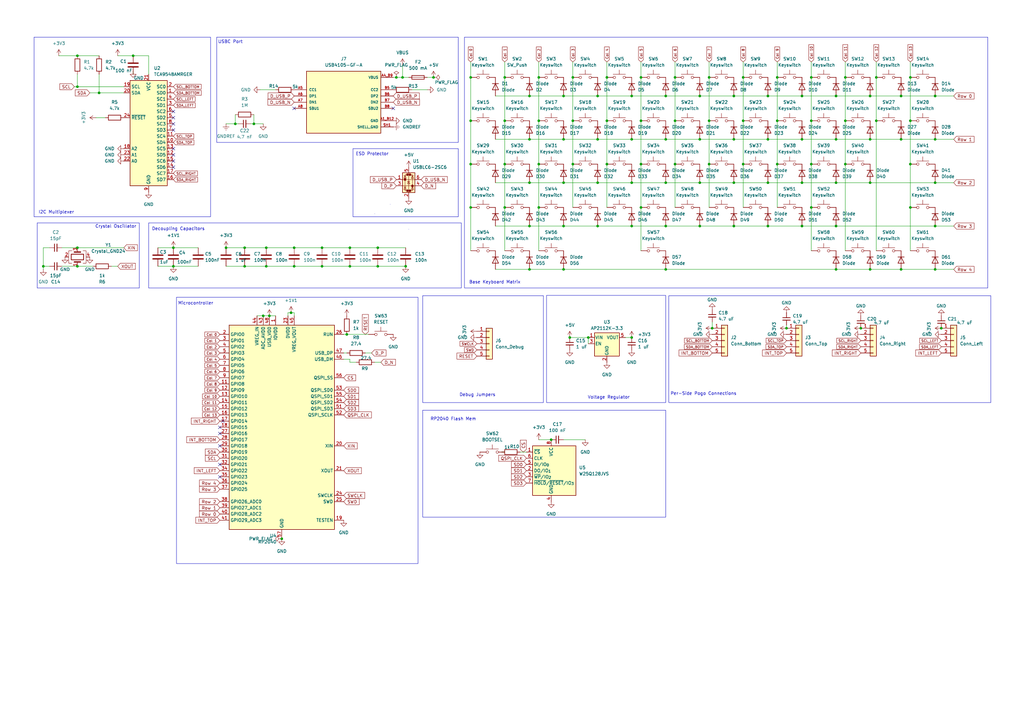
<source format=kicad_sch>
(kicad_sch (version 20250114) (generator "eeschema") (generator_version "9.0")
  (paper "A3")
  (title_block (title "60 Percent Base Keyboard") (date "2025-10-22") (rev "0.1") (company "KeyConnect "))
  (lib_symbols
    (symbol "Connector_Generic:Conn_01x05" (pin_names (offset 1.016) (hide yes))
      (property "Reference" "J" (at 0 7.62 0))
      (property "Value" "Conn_01x05" (at 0 -7.62 0))
      (symbol "Conn_01x05_1_1"
        (pin passive line (at -5.08 5.08 0) (length 3.81) (name "Pin_1") (number "1"))
        (pin passive line (at -5.08 2.54 0) (length 3.81) (name "Pin_2") (number "2"))
        (pin passive line (at -5.08 0 0) (length 3.81) (name "Pin_3") (number "3"))
        (pin passive line (at -5.08 -2.54 0) (length 3.81) (name "Pin_4") (number "4"))
        (pin passive line (at -5.08 -5.08 0) (length 3.81) (name "Pin_5") (number "5"))
      )
    )
    (symbol "Device:C" (pin_numbers (hide yes)) (pin_names (offset 0.254))
      (property "Reference" "C" (at 0.635 2.54 0))
      (property "Value" "C" (at 0.635 -2.54 0))
      (symbol "C_1_1"
        (pin passive line (at 0 3.81 270) (length 2.794) (name "~") (number "1"))
        (pin passive line (at 0 -3.81 90) (length 2.794) (name "~") (number "2"))
      )
    )
    (symbol "Device:C_Small" (pin_numbers (hide yes)) (pin_names (offset 0.254) (hide yes))
      (property "Reference" "C" (at 0.254 1.778 0))
      (property "Value" "C_Small" (at 0.254 -2.032 0))
      (symbol "C_Small_1_1"
        (pin passive line (at 0 2.54 270) (length 2.032) (name "~") (number "1"))
        (pin passive line (at 0 -2.54 90) (length 2.032) (name "~") (number "2"))
      )
    )
    (symbol "Device:Crystal_GND24" (pin_names (offset 1.016) (hide yes))
      (property "Reference" "Y" (at 3.175 5.08 0))
      (property "Value" "Crystal_GND24" (at 3.175 3.175 0))
      (symbol "Crystal_GND24_1_1"
        (pin passive line (at -3.81 0 0) (length 1.27) (name "1") (number "1"))
        (pin passive line (at 0 5.08 270) (length 1.27) (name "2") (number "2"))
        (pin passive line (at 0 -5.08 90) (length 1.27) (name "4") (number "4"))
        (pin passive line (at 3.81 0 180) (length 1.27) (name "3") (number "3"))
      )
    )
    (symbol "Device:Fuse" (pin_numbers (hide yes)) (pin_names (offset 0))
      (property "Reference" "F" (at 2.032 0 90))
      (property "Value" "Fuse" (at -1.905 0 90))
      (symbol "Fuse_1_1"
        (pin passive line (at 0 3.81 270) (length 1.27) (name "~") (number "1"))
        (pin passive line (at 0 -3.81 90) (length 1.27) (name "~") (number "2"))
      )
    )
    (symbol "Device:R" (pin_numbers (hide yes)) (pin_names (offset 0))
      (property "Reference" "R" (at 2.032 0 90))
      (property "Value" "R" (at 0 0 90))
      (symbol "R_1_1"
        (pin passive line (at 0 3.81 270) (length 1.27) (name "~") (number "1"))
        (pin passive line (at 0 -3.81 90) (length 1.27) (name "~") (number "2"))
      )
    )
    (symbol "Diode:1N4148" (pin_numbers (hide yes)) (pin_names (hide yes))
      (property "Reference" "D" (at 0 2.54 0))
      (property "Value" "1N4148" (at 0 -2.54 0))
      (symbol "1N4148_1_1"
        (pin passive line (at -3.81 0 0) (length 2.54) (name "K") (number "1"))
        (pin passive line (at 3.81 0 180) (length 2.54) (name "A") (number "2"))
      )
    )
    (symbol "Interface_Expansion:TCA9548AMRGER"
      (property "Reference" "U" (at -7.62 21.59 0))
      (property "Value" "TCA9548AMRGER" (at 1.016 21.59 0))
      (symbol "TCA9548AMRGER_1_1"
        (pin input line (at -10.16 17.78 0) (length 2.54) (name "SCL") (number "19"))
        (pin bidirectional line (at -10.16 15.24 0) (length 2.54) (name "SDA") (number "20"))
        (pin input line (at -10.16 5.08 0) (length 2.54) (name "~{RESET}") (number "24"))
        (pin input line (at -10.16 -7.62 0) (length 2.54) (name "A2") (number "18"))
        (pin input line (at -10.16 -10.16 0) (length 2.54) (name "A1") (number "23"))
        (pin input line (at -10.16 -12.7 0) (length 2.54) (name "A0") (number "22"))
        (pin no_connect line (at -7.62 -15.24 0) (length 2.54) (hide yes) (name "1EP") (number "25"))
        (pin power_in line (at 0 22.86 270) (length 2.54) (name "VCC") (number "21"))
        (pin power_in line (at 0 -25.4 90) (length 2.54) (name "GND") (number "9"))
        (pin output line (at 10.16 17.78 180) (length 2.54) (name "SC0") (number "2"))
        (pin bidirectional line (at 10.16 15.24 180) (length 2.54) (name "SD0") (number "1"))
        (pin output line (at 10.16 12.7 180) (length 2.54) (name "SC1") (number "4"))
        (pin bidirectional line (at 10.16 10.16 180) (length 2.54) (name "SD1") (number "3"))
        (pin output line (at 10.16 7.62 180) (length 2.54) (name "SC2") (number "6"))
        (pin bidirectional line (at 10.16 5.08 180) (length 2.54) (name "SD2") (number "5"))
        (pin output line (at 10.16 2.54 180) (length 2.54) (name "SC3") (number "8"))
        (pin bidirectional line (at 10.16 0 180) (length 2.54) (name "SD3") (number "7"))
        (pin output line (at 10.16 -2.54 180) (length 2.54) (name "SC4") (number "11"))
        (pin bidirectional line (at 10.16 -5.08 180) (length 2.54) (name "SD4") (number "10"))
        (pin output line (at 10.16 -7.62 180) (length 2.54) (name "SC5") (number "13"))
        (pin bidirectional line (at 10.16 -10.16 180) (length 2.54) (name "SD5") (number "12"))
        (pin output line (at 10.16 -12.7 180) (length 2.54) (name "SC6") (number "15"))
        (pin bidirectional line (at 10.16 -15.24 180) (length 2.54) (name "SD6") (number "14"))
        (pin output line (at 10.16 -17.78 180) (length 2.54) (name "SC7") (number "17"))
        (pin bidirectional line (at 10.16 -20.32 180) (length 2.54) (name "SD7") (number "16"))
      )
    )
    (symbol "MCU_RaspberryPi:RP2040"
      (property "Reference" "U" (at 17.78 45.72 0))
      (property "Value" "RP2040" (at 17.78 43.18 0))
      (symbol "RP2040_1_1"
        (pin input line (at -25.4 38.1 0) (length 3.81) (name "RUN") (number "26"))
        (pin bidirectional line (at -25.4 30.48 0) (length 3.81) (name "USB_DP") (number "47"))
        (pin bidirectional line (at -25.4 27.94 0) (length 3.81) (name "USB_DM") (number "46"))
        (pin bidirectional line (at -25.4 20.32 0) (length 3.81) (name "QSPI_SS") (number "56"))
        (pin bidirectional line (at -25.4 15.24 0) (length 3.81) (name "QSPI_SD0") (number "53"))
        (pin bidirectional line (at -25.4 12.7 0) (length 3.81) (name "QSPI_SD1") (number "55"))
        (pin bidirectional line (at -25.4 10.16 0) (length 3.81) (name "QSPI_SD2") (number "54"))
        (pin bidirectional line (at -25.4 7.62 0) (length 3.81) (name "QSPI_SD3") (number "51"))
        (pin output line (at -25.4 5.08 0) (length 3.81) (name "QSPI_SCLK") (number "52"))
        (pin input line (at -25.4 -7.62 0) (length 3.81) (name "XIN") (number "20"))
        (pin passive line (at -25.4 -17.78 0) (length 3.81) (name "XOUT") (number "21"))
        (pin input line (at -25.4 -27.94 0) (length 3.81) (name "SWCLK") (number "24"))
        (pin bidirectional line (at -25.4 -30.48 0) (length 3.81) (name "SWD") (number "25"))
        (pin input line (at -25.4 -38.1 0) (length 3.81) (name "TESTEN") (number "19"))
        (pin power_out line (at -5.08 45.72 270) (length 3.81) (name "VREG_VOUT") (number "45"))
        (pin power_in line (at -2.54 45.72 270) (length 3.81) (name "DVDD") (number "23"))
        (pin passive line (at -2.54 45.72 270) (length 3.81) (hide yes) (name "DVDD") (number "50"))
        (pin power_in line (at 0 -45.72 90) (length 3.81) (name "GND") (number "57"))
        (pin power_in line (at 2.54 45.72 270) (length 3.81) (name "IOVDD") (number "1"))
        (pin passive line (at 2.54 45.72 270) (length 3.81) (hide yes) (name "IOVDD") (number "10"))
        (pin passive line (at 2.54 45.72 270) (length 3.81) (hide yes) (name "IOVDD") (number "22"))
        (pin passive line (at 2.54 45.72 270) (length 3.81) (hide yes) (name "IOVDD") (number "33"))
        (pin passive line (at 2.54 45.72 270) (length 3.81) (hide yes) (name "IOVDD") (number "42"))
        (pin passive line (at 2.54 45.72 270) (length 3.81) (hide yes) (name "IOVDD") (number "49"))
        (pin power_in line (at 5.08 45.72 270) (length 3.81) (name "USB_VDD") (number "48"))
        (pin power_in line (at 7.62 45.72 270) (length 3.81) (name "ADC_AVDD") (number "43"))
        (pin power_in line (at 10.16 45.72 270) (length 3.81) (name "VREG_IN") (number "44"))
        (pin bidirectional line (at 25.4 38.1 180) (length 3.81) (name "GPIO0") (number "2"))
        (pin bidirectional line (at 25.4 35.56 180) (length 3.81) (name "GPIO1") (number "3"))
        (pin bidirectional line (at 25.4 33.02 180) (length 3.81) (name "GPIO2") (number "4"))
        (pin bidirectional line (at 25.4 30.48 180) (length 3.81) (name "GPIO3") (number "5"))
        (pin bidirectional line (at 25.4 27.94 180) (length 3.81) (name "GPIO4") (number "6"))
        (pin bidirectional line (at 25.4 25.4 180) (length 3.81) (name "GPIO5") (number "7"))
        (pin bidirectional line (at 25.4 22.86 180) (length 3.81) (name "GPIO6") (number "8"))
        (pin bidirectional line (at 25.4 20.32 180) (length 3.81) (name "GPIO7") (number "9"))
        (pin bidirectional line (at 25.4 17.78 180) (length 3.81) (name "GPIO8") (number "11"))
        (pin bidirectional line (at 25.4 15.24 180) (length 3.81) (name "GPIO9") (number "12"))
        (pin bidirectional line (at 25.4 12.7 180) (length 3.81) (name "GPIO10") (number "13"))
        (pin bidirectional line (at 25.4 10.16 180) (length 3.81) (name "GPIO11") (number "14"))
        (pin bidirectional line (at 25.4 7.62 180) (length 3.81) (name "GPIO12") (number "15"))
        (pin bidirectional line (at 25.4 5.08 180) (length 3.81) (name "GPIO13") (number "16"))
        (pin bidirectional line (at 25.4 2.54 180) (length 3.81) (name "GPIO14") (number "17"))
        (pin bidirectional line (at 25.4 0 180) (length 3.81) (name "GPIO15") (number "18"))
        (pin bidirectional line (at 25.4 -2.54 180) (length 3.81) (name "GPIO16") (number "27"))
        (pin bidirectional line (at 25.4 -5.08 180) (length 3.81) (name "GPIO17") (number "28"))
        (pin bidirectional line (at 25.4 -7.62 180) (length 3.81) (name "GPIO18") (number "29"))
        (pin bidirectional line (at 25.4 -10.16 180) (length 3.81) (name "GPIO19") (number "30"))
        (pin bidirectional line (at 25.4 -12.7 180) (length 3.81) (name "GPIO20") (number "31"))
        (pin bidirectional line (at 25.4 -15.24 180) (length 3.81) (name "GPIO21") (number "32"))
        (pin bidirectional line (at 25.4 -17.78 180) (length 3.81) (name "GPIO22") (number "34"))
        (pin bidirectional line (at 25.4 -20.32 180) (length 3.81) (name "GPIO23") (number "35"))
        (pin bidirectional line (at 25.4 -22.86 180) (length 3.81) (name "GPIO24") (number "36"))
        (pin bidirectional line (at 25.4 -25.4 180) (length 3.81) (name "GPIO25") (number "37"))
        (pin bidirectional line (at 25.4 -30.48 180) (length 3.81) (name "GPIO26_ADC0") (number "38"))
        (pin bidirectional line (at 25.4 -33.02 180) (length 3.81) (name "GPIO27_ADC1") (number "39"))
        (pin bidirectional line (at 25.4 -35.56 180) (length 3.81) (name "GPIO28_ADC2") (number "40"))
        (pin bidirectional line (at 25.4 -38.1 180) (length 3.81) (name "GPIO29_ADC3") (number "41"))
      )
    )
    (symbol "Memory_Flash:W25Q128JVS"
      (property "Reference" "U" (at -6.35 11.43 0))
      (property "Value" "W25Q128JVS" (at 7.62 11.43 0))
      (symbol "W25Q128JVS_1_1"
        (pin input line (at -10.16 7.62 0) (length 2.54) (name "~{CS}") (number "1"))
        (pin input line (at -10.16 5.08 0) (length 2.54) (name "CLK") (number "6"))
        (pin bidirectional line (at -10.16 2.54 0) (length 2.54) (name "DI/IO_{0}") (number "5"))
        (pin bidirectional line (at -10.16 0 0) (length 2.54) (name "DO/IO_{1}") (number "2"))
        (pin bidirectional line (at -10.16 -2.54 0) (length 2.54) (name "~{WP}/IO_{2}") (number "3"))
        (pin bidirectional line (at -10.16 -5.08 0) (length 2.54) (name "~{HOLD}/~{RESET}/IO_{3}") (number "7"))
        (pin power_in line (at 0 12.7 270) (length 2.54) (name "VCC") (number "8"))
        (pin power_in line (at 0 -12.7 90) (length 2.54) (name "GND") (number "4"))
      )
    )
    (symbol "Power_Protection:USBLC6-2SC6" (pin_names (hide yes))
      (property "Reference" "U" (at 0.635 5.715 0))
      (property "Value" "USBLC6-2SC6" (at 0.635 3.81 0))
      (symbol "USBLC6-2SC6_1_1"
        (pin passive line (at -5.08 0 0) (length 2.54) (name "I/O1") (number "1"))
        (pin passive line (at -5.08 -2.54 0) (length 2.54) (name "I/O2") (number "3"))
        (pin passive line (at 0 5.08 270) (length 2.54) (name "VBUS") (number "5"))
        (pin passive line (at 0 -7.62 90) (length 2.54) (name "GND") (number "2"))
        (pin passive line (at 5.08 0 180) (length 2.54) (name "I/O1") (number "6"))
        (pin passive line (at 5.08 -2.54 180) (length 2.54) (name "I/O2") (number "4"))
      )
    )
    (symbol "Regulator_Linear:AP2112K-3.3" (pin_names (offset 0.254))
      (property "Reference" "U" (at -5.08 5.715 0))
      (property "Value" "AP2112K-3.3" (at 0 5.715 0))
      (symbol "AP2112K-3.3_1_1"
        (pin power_in line (at -7.62 2.54 0) (length 2.54) (name "VIN") (number "1"))
        (pin input line (at -7.62 0 0) (length 2.54) (name "EN") (number "3"))
        (pin power_in line (at 0 -7.62 90) (length 2.54) (name "GND") (number "2"))
        (pin no_connect line (at 5.08 0 180) (length 2.54) (hide yes) (name "NC") (number "4"))
        (pin power_out line (at 7.62 2.54 180) (length 2.54) (name "VOUT") (number "5"))
      )
    )
    (symbol "Switch:SW_Push" (pin_numbers (hide yes)) (pin_names (offset 1.016) (hide yes))
      (property "Reference" "SW" (at 1.27 2.54 0))
      (property "Value" "SW_Push" (at 0 -1.524 0))
      (symbol "SW_Push_0_1"
        (pin passive line (at -5.08 0 0) (length 2.54) (name "1") (number "1"))
        (pin passive line (at 5.08 0 180) (length 2.54) (name "2") (number "2"))
      )
    )
    (symbol "USB4105-GF-A:USB4105-GF-A" (pin_names (offset 1.016))
      (property "Reference" "J" (at -15.24 13.97 0))
      (property "Value" "USB4105-GF-A" (at -15.24 -15.24 0))
      (symbol "USB4105-GF-A_0_0"
        (pin bidirectional line (at -20.32 5.08 0) (length 5.08) (name "CC1") (number "A5"))
        (pin bidirectional line (at -20.32 2.54 0) (length 5.08) (name "DP1") (number "A6"))
        (pin bidirectional line (at -20.32 0 0) (length 5.08) (name "DN1") (number "A7"))
        (pin bidirectional line (at -20.32 -2.54 0) (length 5.08) (name "SBU1") (number "A8"))
        (pin power_in line (at 20.32 10.16 180) (length 5.08) (name "VBUS") (number "A4_B9"))
        (pin power_in line (at 20.32 10.16 180) (length 5.08) (hide yes) (name "VBUS") (number "B4_A9"))
        (pin bidirectional line (at 20.32 5.08 180) (length 5.08) (name "CC2") (number "B5"))
        (pin bidirectional line (at 20.32 2.54 180) (length 5.08) (name "DP2") (number "B6"))
        (pin bidirectional line (at 20.32 0 180) (length 5.08) (name "DN2") (number "B7"))
        (pin bidirectional line (at 20.32 -2.54 180) (length 5.08) (name "SBU2") (number "B8"))
        (pin power_in line (at 20.32 -7.62 180) (length 5.08) (name "GND") (number "A1_B12"))
        (pin power_in line (at 20.32 -7.62 180) (length 5.08) (hide yes) (name "GND") (number "B1_A12"))
        (pin power_in line (at 20.32 -10.16 180) (length 5.08) (name "SHELL_GND") (number "SH1"))
        (pin power_in line (at 20.32 -10.16 180) (length 5.08) (hide yes) (name "SHELL_GND") (number "SH2"))
        (pin power_in line (at 20.32 -10.16 180) (length 5.08) (hide yes) (name "SHELL_GND") (number "SH3"))
        (pin power_in line (at 20.32 -10.16 180) (length 5.08) (hide yes) (name "SHELL_GND") (number "SH4"))
      )
    )
    (symbol "power:+1V1" (power) (pin_numbers (hide yes)) (pin_names (offset 0) (hide yes))
      (property "Value" "+1V1" (at 0 3.556 0))
      (symbol "+1V1_1_1"
        (pin power_in line (at 0 0 90) (length 0) (name "~") (number "1"))
      )
    )
    (symbol "power:+3.3V" (power) (pin_numbers (hide yes)) (pin_names (offset 0) (hide yes))
      (property "Value" "+3.3V" (at 0 3.556 0))
      (symbol "+3.3V_1_1"
        (pin power_in line (at 0 0 90) (length 0) (name "~") (number "1"))
      )
    )
    (symbol "power:+3V3" (power) (pin_numbers (hide yes)) (pin_names (offset 0) (hide yes))
      (property "Value" "+3V3" (at 0 3.556 0))
      (symbol "+3V3_1_1"
        (pin power_in line (at 0 0 90) (length 0) (name "~") (number "1"))
      )
    )
    (symbol "power:+5V" (power) (pin_numbers (hide yes)) (pin_names (offset 0) (hide yes))
      (property "Value" "+5V" (at 0 3.556 0))
      (symbol "+5V_1_1"
        (pin power_in line (at 0 0 90) (length 0) (name "~") (number "1"))
      )
    )
    (symbol "power:GND" (power) (pin_numbers (hide yes)) (pin_names (offset 0) (hide yes))
      (property "Value" "GND" (at 0 -3.81 0))
      (symbol "GND_1_1"
        (pin power_in line (at 0 0 270) (length 0) (name "~") (number "1"))
      )
    )
    (symbol "power:GNDREF" (power) (pin_numbers (hide yes)) (pin_names (offset 0) (hide yes))
      (property "Value" "GNDREF" (at 0 -3.81 0))
      (symbol "GNDREF_1_1"
        (pin power_in line (at 0 0 270) (length 0) (name "~") (number "1"))
      )
    )
    (symbol "power:PWR_FLAG" (power) (pin_numbers (hide yes)) (pin_names (offset 0) (hide yes))
      (property "Value" "PWR_FLAG" (at 0 3.81 0))
      (symbol "PWR_FLAG_0_0"
        (pin power_out line (at 0 0 90) (length 0) (name "~") (number "1"))
      )
    )
    (symbol "power:VBUS" (power) (pin_numbers (hide yes)) (pin_names (offset 0) (hide yes))
      (property "Value" "VBUS" (at 0 3.556 0))
      (symbol "VBUS_1_1"
        (pin power_in line (at 0 0 90) (length 0) (name "~") (number "1"))
      )
    )
  )
  (rectangle (start 88.9 15.24) (end 187.96 58.42))
  (rectangle (start 60.96 91.44) (end 189.23 118.11))
  (rectangle (start 13.97 15.24) (end 86.36 88.9))
  (rectangle (start 72.39 121.92) (end 171.45 231.14))
  (rectangle (start 173.355 121.285) (end 222.885 165.1))
  (rectangle (start 15.24 91.44) (end 57.15 118.11))
  (rectangle (start 190.5 15.24) (end 405.13 118.11))
  (rectangle (start 274.32 121.285) (end 406.4 165.1))
  (rectangle (start 144.78 60.96) (end 187.96 88.9))
  (rectangle (start 153.67 87.63) (end 153.67 87.63))
  (rectangle (start 167.64 93.98) (end 167.64 93.98))
  (rectangle (start 173.355 168.275) (end 273.05 212.09))
  (rectangle (start 160.02 83.82) (end 160.02 83.82))
  (rectangle (start 224.155 121.158) (end 273.05 165.1))
  (text "ESD Protector\n" (at 152.654 63.246 0) (effects (font (size 1.27 1.27))))
  (text "RP2040 Flash Mem\n" (at 185.928 171.958 0) (effects (font (size 1.27 1.27))))
  (text "Voltage Regulator\n" (at 249.682 163.068 0) (effects (font (size 1.27 1.27))))
  (text "Decoupling Capacitors\n" (at 73.152 93.98 0) (effects (font (size 1.27 1.27))))
  (text "Microcontroller\n" (at 80.264 124.46 0) (effects (font (size 1.27 1.27))))
  (text "I2C Multiplexer\n" (at 23.114 87.122 0) (effects (font (size 1.27 1.27))))
  (text "USBC Port\n\n\n" (at 94.488 19.304 0) (effects (font (size 1.27 1.27))))
  (text "Debug Jumpers\n" (at 195.834 162.052 0) (effects (font (size 1.27 1.27))))
  (text "Crystal Oscillator\n" (at 47.498 92.964 0) (effects (font (size 1.27 1.27))))
  (text "Base Keyboard Matrix\n" (at 202.946 115.824 0) (effects (font (size 1.27 1.27))))
  (text "Per-Side Pogo Connections\n" (at 288.544 161.544 0) (effects (font (size 1.27 1.27))))
  (junction (at 287.02 39.37))
  (junction (at 220.98 67.31))
  (junction (at 100.33 109.22))
  (junction (at 262.89 85.09))
  (junction (at 96.52 50.8))
  (junction (at 328.93 74.93))
  (junction (at 292.1 134.62))
  (junction (at 207.01 67.31))
  (junction (at 217.17 57.15))
  (junction (at 328.93 39.37))
  (junction (at 132.08 109.22))
  (junction (at 314.96 57.15))
  (junction (at 383.54 92.71))
  (junction (at 217.17 74.93))
  (junction (at 356.87 57.15))
  (junction (at 259.08 74.93))
  (junction (at 207.01 49.53))
  (junction (at 262.89 67.31))
  (junction (at 40.64 38.1))
  (junction (at 318.77 67.31))
  (junction (at 100.33 101.6))
  (junction (at 245.11 39.37))
  (junction (at 332.74 67.31))
  (junction (at 373.38 31.75))
  (junction (at 332.74 31.75))
  (junction (at 276.86 49.53))
  (junction (at 234.95 49.53))
  (junction (at 304.8 67.31))
  (junction (at 259.08 57.15))
  (junction (at 273.05 110.49))
  (junction (at 369.57 39.37))
  (junction (at 386.08 134.62))
  (junction (at 332.74 49.53))
  (junction (at 346.71 67.31))
  (junction (at 259.08 39.37))
  (junction (at 322.58 134.62))
  (junction (at 373.38 49.53))
  (junction (at 92.71 101.6))
  (junction (at 143.51 109.22))
  (junction (at 143.51 101.6))
  (junction (at 259.08 92.71))
  (junction (at 273.05 57.15))
  (junction (at 248.92 31.75))
  (junction (at 234.95 31.75))
  (junction (at 165.1 31.75))
  (junction (at 231.14 57.15))
  (junction (at 383.54 57.15))
  (junction (at 273.05 92.71))
  (junction (at 132.08 101.6))
  (junction (at 383.54 74.93))
  (junction (at 290.83 67.31))
  (junction (at 193.04 67.31))
  (junction (at 245.11 74.93))
  (junction (at 314.96 39.37))
  (junction (at 193.04 49.53))
  (junction (at 109.22 109.22))
  (junction (at 248.92 49.53))
  (junction (at 71.12 101.6))
  (junction (at 373.38 67.31))
  (junction (at 300.99 57.15))
  (junction (at 262.89 49.53))
  (junction (at 342.9 92.71))
  (junction (at 342.9 74.93))
  (junction (at 231.14 110.49))
  (junction (at 154.94 109.22))
  (junction (at 342.9 57.15))
  (junction (at 259.08 138.43))
  (junction (at 332.74 85.09))
  (junction (at 276.86 31.75))
  (junction (at 115.57 220.98))
  (junction (at 231.14 74.93))
  (junction (at 287.02 92.71))
  (junction (at 104.14 50.8))
  (junction (at 356.87 110.49))
  (junction (at 193.04 85.09))
  (junction (at 262.89 31.75))
  (junction (at 304.8 31.75))
  (junction (at 220.98 49.53))
  (junction (at 142.24 137.16))
  (junction (at 359.41 31.75))
  (junction (at 273.05 39.37))
  (junction (at 245.11 92.71))
  (junction (at 71.12 109.22))
  (junction (at 346.71 49.53))
  (junction (at 120.65 101.6))
  (junction (at 233.68 138.43))
  (junction (at 234.95 67.31))
  (junction (at 290.83 31.75))
  (junction (at 314.96 92.71))
  (junction (at 300.99 92.71))
  (junction (at 207.01 85.09))
  (junction (at 231.14 92.71))
  (junction (at 273.05 74.93))
  (junction (at 369.57 110.49))
  (junction (at 109.22 101.6))
  (junction (at 31.75 109.22))
  (junction (at 318.77 49.53))
  (junction (at 300.99 74.93))
  (junction (at 220.98 31.75))
  (junction (at 314.96 74.93))
  (junction (at 120.65 109.22))
  (junction (at 346.71 31.75))
  (junction (at 31.75 35.56))
  (junction (at 166.37 109.22))
  (junction (at 220.98 85.09))
  (junction (at 54.61 22.86))
  (junction (at 107.95 129.54))
  (junction (at 304.8 49.53))
  (junction (at 241.3 138.43))
  (junction (at 383.54 39.37))
  (junction (at 119.38 128.27))
  (junction (at 193.04 31.75))
  (junction (at 226.06 180.34))
  (junction (at 17.78 109.22))
  (junction (at 342.9 39.37))
  (junction (at 207.01 31.75))
  (junction (at 353.06 134.62))
  (junction (at 110.49 129.54))
  (junction (at 369.57 57.15))
  (junction (at 287.02 74.93))
  (junction (at 154.94 101.6))
  (junction (at 162.56 31.75))
  (junction (at 31.75 22.86))
  (junction (at 31.75 101.6))
  (junction (at 245.11 57.15))
  (junction (at 276.86 67.31))
  (junction (at 356.87 74.93))
  (junction (at 217.17 92.71))
  (junction (at 383.54 110.49))
  (junction (at 248.92 67.31))
  (junction (at 342.9 110.49))
  (junction (at 356.87 39.37))
  (junction (at 287.02 57.15))
  (junction (at 231.14 39.37))
  (junction (at 359.41 49.53))
  (junction (at 177.8 31.75))
  (junction (at 328.93 92.71))
  (junction (at 217.17 110.49))
  (junction (at 217.17 39.37))
  (junction (at 373.38 85.09))
  (junction (at 328.93 57.15))
  (junction (at 290.83 49.53))
  (junction (at 300.99 39.37))
  (junction (at 318.77 31.75))
  (no_connect (at 71.12 48.26))
  (no_connect (at 71.12 50.8))
  (no_connect (at 71.12 53.34))
  (no_connect (at 90.17 177.8))
  (no_connect (at 71.12 68.58))
  (no_connect (at 71.12 63.5))
  (no_connect (at 71.12 66.04))
  (no_connect (at 90.17 182.88))
  (no_connect (at 90.17 190.5))
  (no_connect (at 91.44 172.72))
  (no_connect (at 90.17 175.26))
  (no_connect (at 71.12 45.72))
  (no_connect (at 71.12 60.96))
  (no_connect (at 90.17 195.58))
  (no_connect (at 120.65 44.45))
  (no_connect (at 161.29 44.45))
  (wire (pts (xy 143.51 101.6) (xy 154.94 101.6)))
  (wire (pts (xy 359.41 31.75) (xy 359.41 49.53)))
  (wire (pts (xy 342.9 74.93) (xy 356.87 74.93)))
  (wire (pts (xy 102.87 50.8) (xy 104.14 50.8)))
  (wire (pts (xy 259.08 74.93) (xy 273.05 74.93)))
  (wire (pts (xy 342.9 110.49) (xy 356.87 110.49)))
  (wire (pts (xy 314.96 39.37) (xy 328.93 39.37)))
  (wire (pts (xy 373.38 31.75) (xy 373.38 49.53)))
  (wire (pts (xy 259.08 39.37) (xy 273.05 39.37)))
  (wire (pts (xy 132.08 109.22) (xy 143.51 109.22)))
  (wire (pts (xy 273.05 39.37) (xy 287.02 39.37)))
  (wire (pts (xy 342.9 92.71) (xy 383.54 92.71)))
  (wire (pts (xy 40.64 38.1) (xy 50.8 38.1)))
  (wire (pts (xy 318.77 31.75) (xy 318.77 49.53)))
  (wire (pts (xy 231.14 39.37) (xy 245.11 39.37)))
  (wire (pts (xy 346.71 67.31) (xy 346.71 102.87)))
  (wire (pts (xy 165.1 26.67) (xy 165.1 31.75)))
  (wire (pts (xy 287.02 57.15) (xy 300.99 57.15)))
  (wire (pts (xy 290.83 67.31) (xy 290.83 85.09)))
  (wire (pts (xy 328.93 39.37) (xy 342.9 39.37)))
  (wire (pts (xy 207.01 67.31) (xy 207.01 85.09)))
  (wire (pts (xy 142.24 144.78) (xy 140.97 144.78)))
  (wire (pts (xy 300.99 92.71) (xy 314.96 92.71)))
  (wire (pts (xy 346.71 31.75) (xy 346.71 49.53)))
  (wire (pts (xy 143.51 148.59) (xy 143.51 147.32)))
  (wire (pts (xy 17.78 109.22) (xy 17.78 110.49)))
  (wire (pts (xy 220.98 25.4) (xy 220.98 31.75)))
  (wire (pts (xy 104.14 46.99) (xy 104.14 50.8)))
  (wire (pts (xy 231.14 180.34) (xy 240.03 180.34)))
  (wire (pts (xy 373.38 49.53) (xy 373.38 67.31)))
  (wire (pts (xy 300.99 74.93) (xy 314.96 74.93)))
  (wire (pts (xy 220.98 31.75) (xy 220.98 49.53)))
  (wire (pts (xy 314.96 57.15) (xy 328.93 57.15)))
  (wire (pts (xy 203.2 110.49) (xy 217.17 110.49)))
  (wire (pts (xy 234.95 25.4) (xy 234.95 31.75)))
  (wire (pts (xy 322.58 133.35) (xy 322.58 134.62)))
  (wire (pts (xy 20.32 101.6) (xy 17.78 101.6)))
  (wire (pts (xy 193.04 31.75) (xy 193.04 49.53)))
  (wire (pts (xy 318.77 49.53) (xy 318.77 67.31)))
  (wire (pts (xy 149.86 144.78) (xy 152.4 144.78)))
  (wire (pts (xy 31.75 35.56) (xy 50.8 35.56)))
  (wire (pts (xy 207.01 85.09) (xy 207.01 102.87)))
  (wire (pts (xy 92.71 50.8) (xy 96.52 50.8)))
  (wire (pts (xy 39.37 48.26) (xy 43.18 48.26)))
  (wire (pts (xy 48.26 22.86) (xy 54.61 22.86)))
  (wire (pts (xy 346.71 25.4) (xy 346.71 31.75)))
  (wire (pts (xy 142.24 137.16) (xy 140.97 137.16)))
  (wire (pts (xy 54.61 29.21) (xy 54.61 30.48)))
  (wire (pts (xy 30.48 35.56) (xy 31.75 35.56)))
  (wire (pts (xy 17.78 101.6) (xy 17.78 109.22)))
  (wire (pts (xy 120.65 129.54) (xy 120.65 128.27)))
  (wire (pts (xy 318.77 25.4) (xy 318.77 31.75)))
  (wire (pts (xy 234.95 31.75) (xy 234.95 49.53)))
  (wire (pts (xy 24.13 22.86) (xy 31.75 22.86)))
  (wire (pts (xy 314.96 74.93) (xy 328.93 74.93)))
  (wire (pts (xy 304.8 25.4) (xy 304.8 31.75)))
  (wire (pts (xy 373.38 85.09) (xy 373.38 102.87)))
  (wire (pts (xy 318.77 67.31) (xy 318.77 85.09)))
  (wire (pts (xy 25.4 109.22) (xy 31.75 109.22)))
  (wire (pts (xy 92.71 109.22) (xy 100.33 109.22)))
  (wire (pts (xy 234.95 67.31) (xy 234.95 85.09)))
  (wire (pts (xy 359.41 49.53) (xy 359.41 102.87)))
  (wire (pts (xy 132.08 101.6) (xy 143.51 101.6)))
  (wire (pts (xy 64.77 109.22) (xy 71.12 109.22)))
  (wire (pts (xy 231.14 92.71) (xy 245.11 92.71)))
  (wire (pts (xy 92.71 101.6) (xy 100.33 101.6)))
  (wire (pts (xy 262.89 49.53) (xy 262.89 67.31)))
  (wire (pts (xy 383.54 110.49) (xy 391.16 110.49)))
  (wire (pts (xy 383.54 92.71) (xy 391.16 92.71)))
  (wire (pts (xy 100.33 101.6) (xy 109.22 101.6)))
  (wire (pts (xy 60.96 22.86) (xy 60.96 30.48)))
  (wire (pts (xy 142.24 137.16) (xy 151.13 137.16)))
  (wire (pts (xy 332.74 31.75) (xy 332.74 49.53)))
  (wire (pts (xy 245.11 57.15) (xy 259.08 57.15)))
  (wire (pts (xy 373.38 25.4) (xy 373.38 31.75)))
  (wire (pts (xy 203.2 74.93) (xy 217.17 74.93)))
  (wire (pts (xy 273.05 57.15) (xy 287.02 57.15)))
  (wire (pts (xy 118.11 128.27) (xy 118.11 129.54)))
  (wire (pts (xy 193.04 85.09) (xy 193.04 102.87)))
  (wire (pts (xy 143.51 147.32) (xy 140.97 147.32)))
  (wire (pts (xy 259.08 57.15) (xy 273.05 57.15)))
  (wire (pts (xy 207.01 49.53) (xy 207.01 67.31)))
  (wire (pts (xy 104.14 50.8) (xy 107.95 50.8)))
  (wire (pts (xy 143.51 109.22) (xy 154.94 109.22)))
  (wire (pts (xy 356.87 74.93) (xy 383.54 74.93)))
  (wire (pts (xy 245.11 92.71) (xy 259.08 92.71)))
  (wire (pts (xy 205.74 185.42) (xy 207.01 185.42)))
  (wire (pts (xy 203.2 92.71) (xy 217.17 92.71)))
  (wire (pts (xy 64.77 101.6) (xy 71.12 101.6)))
  (wire (pts (xy 234.95 49.53) (xy 234.95 67.31)))
  (wire (pts (xy 154.94 101.6) (xy 166.37 101.6)))
  (wire (pts (xy 287.02 74.93) (xy 300.99 74.93)))
  (wire (pts (xy 245.11 39.37) (xy 259.08 39.37)))
  (wire (pts (xy 109.22 101.6) (xy 120.65 101.6)))
  (wire (pts (xy 346.71 49.53) (xy 346.71 67.31)))
  (wire (pts (xy 167.64 31.75) (xy 165.1 31.75)))
  (wire (pts (xy 213.36 185.42) (xy 215.9 185.42)))
  (wire (pts (xy 40.64 30.48) (xy 40.64 38.1)))
  (wire (pts (xy 342.9 39.37) (xy 356.87 39.37)))
  (wire (pts (xy 231.14 74.93) (xy 245.11 74.93)))
  (wire (pts (xy 118.11 128.27) (xy 119.38 128.27)))
  (wire (pts (xy 262.89 31.75) (xy 262.89 49.53)))
  (wire (pts (xy 290.83 31.75) (xy 290.83 49.53)))
  (wire (pts (xy 113.03 36.83) (xy 106.68 36.83)))
  (wire (pts (xy 233.68 138.43) (xy 241.3 138.43)))
  (wire (pts (xy 168.91 36.83) (xy 175.26 36.83)))
  (wire (pts (xy 328.93 57.15) (xy 342.9 57.15)))
  (wire (pts (xy 217.17 110.49) (xy 231.14 110.49)))
  (wire (pts (xy 217.17 39.37) (xy 231.14 39.37)))
  (wire (pts (xy 356.87 57.15) (xy 369.57 57.15)))
  (wire (pts (xy 31.75 101.6) (xy 50.8 101.6)))
  (wire (pts (xy 314.96 92.71) (xy 328.93 92.71)))
  (wire (pts (xy 193.04 67.31) (xy 193.04 85.09)))
  (wire (pts (xy 262.89 25.4) (xy 262.89 31.75)))
  (wire (pts (xy 256.54 138.43) (xy 259.08 138.43)))
  (wire (pts (xy 290.83 49.53) (xy 290.83 67.31)))
  (wire (pts (xy 248.92 67.31) (xy 248.92 85.09)))
  (wire (pts (xy 207.01 31.75) (xy 207.01 49.53)))
  (wire (pts (xy 109.22 109.22) (xy 120.65 109.22)))
  (wire (pts (xy 220.98 67.31) (xy 220.98 85.09)))
  (wire (pts (xy 383.54 57.15) (xy 391.16 57.15)))
  (wire (pts (xy 262.89 85.09) (xy 262.89 102.87)))
  (wire (pts (xy 71.12 101.6) (xy 81.28 101.6)))
  (wire (pts (xy 287.02 92.71) (xy 300.99 92.71)))
  (wire (pts (xy 328.93 74.93) (xy 342.9 74.93)))
  (wire (pts (xy 383.54 74.93) (xy 391.16 74.93)))
  (wire (pts (xy 36.83 38.1) (xy 40.64 38.1)))
  (wire (pts (xy 96.52 50.8) (xy 97.79 50.8)))
  (wire (pts (xy 207.01 25.4) (xy 207.01 31.75)))
  (wire (pts (xy 220.98 180.34) (xy 226.06 180.34)))
  (wire (pts (xy 203.2 57.15) (xy 217.17 57.15)))
  (wire (pts (xy 287.02 39.37) (xy 300.99 39.37)))
  (wire (pts (xy 273.05 74.93) (xy 287.02 74.93)))
  (wire (pts (xy 262.89 67.31) (xy 262.89 85.09)))
  (wire (pts (xy 248.92 49.53) (xy 248.92 67.31)))
  (wire (pts (xy 356.87 110.49) (xy 369.57 110.49)))
  (wire (pts (xy 203.2 39.37) (xy 217.17 39.37)))
  (wire (pts (xy 304.8 67.31) (xy 304.8 85.09)))
  (wire (pts (xy 54.61 22.86) (xy 60.96 22.86)))
  (wire (pts (xy 120.65 101.6) (xy 132.08 101.6)))
  (wire (pts (xy 248.92 25.4) (xy 248.92 31.75)))
  (wire (pts (xy 220.98 85.09) (xy 220.98 102.87)))
  (wire (pts (xy 245.11 74.93) (xy 259.08 74.93)))
  (wire (pts (xy 276.86 49.53) (xy 276.86 67.31)))
  (wire (pts (xy 369.57 57.15) (xy 383.54 57.15)))
  (wire (pts (xy 231.14 110.49) (xy 273.05 110.49)))
  (wire (pts (xy 45.72 109.22) (xy 48.26 109.22)))
  (wire (pts (xy 369.57 39.37) (xy 383.54 39.37)))
  (wire (pts (xy 220.98 49.53) (xy 220.98 67.31)))
  (wire (pts (xy 304.8 49.53) (xy 304.8 67.31)))
  (wire (pts (xy 217.17 74.93) (xy 231.14 74.93)))
  (wire (pts (xy 31.75 109.22) (xy 38.1 109.22)))
  (wire (pts (xy 31.75 30.48) (xy 31.75 35.56)))
  (wire (pts (xy 105.41 129.54) (xy 107.95 129.54)))
  (wire (pts (xy 290.83 25.4) (xy 290.83 31.75)))
  (wire (pts (xy 332.74 49.53) (xy 332.74 67.31)))
  (wire (pts (xy 154.94 109.22) (xy 166.37 109.22)))
  (wire (pts (xy 217.17 92.71) (xy 231.14 92.71)))
  (wire (pts (xy 304.8 31.75) (xy 304.8 49.53)))
  (wire (pts (xy 248.92 31.75) (xy 248.92 49.53)))
  (wire (pts (xy 40.64 22.86) (xy 31.75 22.86)))
  (wire (pts (xy 273.05 92.71) (xy 287.02 92.71)))
  (wire (pts (xy 217.17 57.15) (xy 231.14 57.15)))
  (wire (pts (xy 119.38 128.27) (xy 120.65 128.27)))
  (wire (pts (xy 193.04 49.53) (xy 193.04 67.31)))
  (wire (pts (xy 328.93 92.71) (xy 342.9 92.71)))
  (wire (pts (xy 273.05 110.49) (xy 342.9 110.49)))
  (wire (pts (xy 276.86 31.75) (xy 276.86 49.53)))
  (wire (pts (xy 100.33 109.22) (xy 109.22 109.22)))
  (wire (pts (xy 161.29 31.75) (xy 162.56 31.75)))
  (wire (pts (xy 175.26 31.75) (xy 177.8 31.75)))
  (wire (pts (xy 276.86 67.31) (xy 276.86 85.09)))
  (wire (pts (xy 146.05 148.59) (xy 143.51 148.59)))
  (wire (pts (xy 359.41 25.4) (xy 359.41 31.75)))
  (wire (pts (xy 231.14 57.15) (xy 245.11 57.15)))
  (wire (pts (xy 276.86 25.4) (xy 276.86 31.75)))
  (wire (pts (xy 107.95 129.54) (xy 110.49 129.54)))
  (wire (pts (xy 383.54 39.37) (xy 391.16 39.37)))
  (wire (pts (xy 356.87 39.37) (xy 369.57 39.37)))
  (wire (pts (xy 241.3 138.43) (xy 241.3 140.97)))
  (wire (pts (xy 300.99 57.15) (xy 314.96 57.15)))
  (wire (pts (xy 300.99 39.37) (xy 314.96 39.37)))
  (wire (pts (xy 332.74 67.31) (xy 332.74 85.09)))
  (wire (pts (xy 25.4 101.6) (xy 31.75 101.6)))
  (wire (pts (xy 373.38 67.31) (xy 373.38 85.09)))
  (wire (pts (xy 120.65 109.22) (xy 132.08 109.22)))
  (wire (pts (xy 259.08 92.71) (xy 273.05 92.71)))
  (wire (pts (xy 342.9 57.15) (xy 356.87 57.15)))
  (wire (pts (xy 193.04 25.4) (xy 193.04 31.75)))
  (wire (pts (xy 110.49 129.54) (xy 113.03 129.54)))
  (wire (pts (xy 156.21 148.59) (xy 153.67 148.59)))
  (wire (pts (xy 71.12 109.22) (xy 81.28 109.22)))
  (wire (pts (xy 369.57 110.49) (xy 383.54 110.49)))
  (wire (pts (xy 162.56 31.75) (xy 165.1 31.75)))
  (wire (pts (xy 96.52 46.99) (xy 96.52 50.8)))
  (wire (pts (xy 332.74 25.4) (xy 332.74 31.75)))
  (wire (pts (xy 332.74 85.09) (xy 332.74 102.87)))
  (wire (pts (xy 292.1 132.08) (xy 292.1 134.62)))
  (wire (pts (xy 17.78 109.22) (xy 20.32 109.22)))
  (global_label "SCL_LEFT" (shape input) (at 386.08 139.7 180) (effects (font (size 1.016 1.016))) (property "Intersheetrefs" "${INTERSHEET_REFS}" (effects (hide yes))))
  (global_label "SCL_BOTTOM" (shape input) (at 71.12 35.56 0) (effects (font (size 1.016 1.016))) (property "Intersheetrefs" "${INTERSHEET_REFS}" (effects (hide yes))))
  (global_label "Row 1" (shape input) (at 391.16 57.15 0) (property "Intersheetrefs" "${INTERSHEET_REFS}" (effects (hide yes))))
  (global_label "D_USB_P" (shape input) (at 161.29 39.37 0) (property "Intersheetrefs" "${INTERSHEET_REFS}" (effects (hide yes))))
  (global_label "Col 5" (shape input) (at 262.89 25.4 90) (effects (font (size 1.016 1.016))) (property "Intersheetrefs" "${INTERSHEET_REFS}" (effects (hide yes))))
  (global_label "INT_BOTTOM" (shape input) (at 292.1 144.78 180) (property "Intersheetrefs" "${INTERSHEET_REFS}" (effects (hide yes))))
  (global_label "SD2" (shape input) (at 215.9 195.58 180) (property "Intersheetrefs" "${INTERSHEET_REFS}" (effects (hide yes))))
  (global_label "SD2" (shape input) (at 140.97 165.1 0) (property "Intersheetrefs" "${INTERSHEET_REFS}" (effects (hide yes))))
  (global_label "Col 9" (shape input) (at 90.17 160.02 180) (effects (font (size 1.016 1.016))) (property "Intersheetrefs" "${INTERSHEET_REFS}" (effects (hide yes))))
  (global_label "SDA_RIGHT" (shape input) (at 71.12 73.66 0) (effects (font (size 1.016 1.016))) (property "Intersheetrefs" "${INTERSHEET_REFS}" (effects (hide yes))))
  (global_label "Row 0" (shape input) (at 391.16 39.37 0) (property "Intersheetrefs" "${INTERSHEET_REFS}" (effects (hide yes))))
  (global_label "INT_LEFT" (shape input) (at 90.17 193.04 180) (property "Intersheetrefs" "${INTERSHEET_REFS}" (effects (hide yes))))
  (global_label "Row 3" (shape input) (at 391.16 92.71 0) (property "Intersheetrefs" "${INTERSHEET_REFS}" (effects (hide yes))))
  (global_label "SD1" (shape input) (at 140.97 162.56 0) (property "Intersheetrefs" "${INTERSHEET_REFS}" (effects (hide yes))))
  (global_label "SCL_TOP" (shape input) (at 71.12 55.88 0) (effects (font (size 1.016 1.016))) (property "Intersheetrefs" "${INTERSHEET_REFS}" (effects (hide yes))))
  (global_label "Col 3" (shape input) (at 234.95 25.4 90) (effects (font (size 1.016 1.016))) (property "Intersheetrefs" "${INTERSHEET_REFS}" (effects (hide yes))))
  (global_label "SWD" (shape input) (at 140.97 205.74 0) (property "Intersheetrefs" "${INTERSHEET_REFS}" (effects (hide yes))))
  (global_label "Row 4" (shape input) (at 90.17 198.12 180) (property "Intersheetrefs" "${INTERSHEET_REFS}" (effects (hide yes))))
  (global_label "SD0" (shape input) (at 215.9 190.5 180) (property "Intersheetrefs" "${INTERSHEET_REFS}" (effects (hide yes))))
  (global_label "SDA" (shape input) (at 90.17 185.42 180) (property "Intersheetrefs" "${INTERSHEET_REFS}" (effects (hide yes))))
  (global_label "SCL_RIGHT" (shape input) (at 71.12 71.12 0) (effects (font (size 1.016 1.016))) (property "Intersheetrefs" "${INTERSHEET_REFS}" (effects (hide yes))))
  (global_label "Row 0" (shape input) (at 90.17 210.82 180) (property "Intersheetrefs" "${INTERSHEET_REFS}" (effects (hide yes))))
  (global_label "Col 8" (shape input) (at 90.17 157.48 180) (effects (font (size 1.016 1.016))) (property "Intersheetrefs" "${INTERSHEET_REFS}" (effects (hide yes))))
  (global_label "Col 4" (shape input) (at 90.17 147.32 180) (effects (font (size 1.016 1.016))) (property "Intersheetrefs" "${INTERSHEET_REFS}" (effects (hide yes))))
  (global_label "SD3" (shape input) (at 140.97 167.64 0) (property "Intersheetrefs" "${INTERSHEET_REFS}" (effects (hide yes))))
  (global_label "Col 13" (shape input) (at 373.38 25.4 90) (effects (font (size 1.016 1.016))) (property "Intersheetrefs" "${INTERSHEET_REFS}" (effects (hide yes))))
  (global_label "Col 0" (shape input) (at 90.17 137.16 180) (effects (font (size 1.016 1.016))) (property "Intersheetrefs" "${INTERSHEET_REFS}" (effects (hide yes))))
  (global_label "SWD" (shape input) (at 195.58 143.51 180) (effects (font (size 1.016 1.016))) (property "Intersheetrefs" "${INTERSHEET_REFS}" (effects (hide yes))))
  (global_label "D_N" (shape input) (at 172.72 76.2 0) (property "Intersheetrefs" "${INTERSHEET_REFS}" (effects (hide yes))))
  (global_label "Col 2" (shape input) (at 90.17 142.24 180) (effects (font (size 1.016 1.016))) (property "Intersheetrefs" "${INTERSHEET_REFS}" (effects (hide yes))))
  (global_label "INT_TOP" (shape input) (at 90.17 213.36 180) (property "Intersheetrefs" "${INTERSHEET_REFS}" (effects (hide yes))))
  (global_label "CS" (shape input) (at 140.97 154.94 0) (property "Intersheetrefs" "${INTERSHEET_REFS}" (effects (hide yes))))
  (global_label "SCL_TOP" (shape input) (at 322.58 139.7 180) (effects (font (size 1.016 1.016))) (property "Intersheetrefs" "${INTERSHEET_REFS}" (effects (hide yes))))
  (global_label "RESET" (shape input) (at 195.58 146.05 180) (property "Intersheetrefs" "${INTERSHEET_REFS}" (effects (hide yes))))
  (global_label "D_USB_P" (shape input) (at 120.65 39.37 180) (property "Intersheetrefs" "${INTERSHEET_REFS}" (effects (hide yes))))
  (global_label "Col 13" (shape input) (at 90.17 170.18 180) (effects (font (size 1.016 1.016))) (property "Intersheetrefs" "${INTERSHEET_REFS}" (effects (hide yes))))
  (global_label "SDA" (shape input) (at 36.83 38.1 180) (property "Intersheetrefs" "${INTERSHEET_REFS}" (effects (hide yes))))
  (global_label "INT_BOTTOM" (shape input) (at 90.17 180.34 180) (property "Intersheetrefs" "${INTERSHEET_REFS}" (effects (hide yes))))
  (global_label "INT_RIGHT" (shape input) (at 90.17 172.72 180) (property "Intersheetrefs" "${INTERSHEET_REFS}" (effects (hide yes))))
  (global_label "SDA_LEFT" (shape input) (at 386.08 142.24 180) (effects (font (size 1.016 1.016))) (property "Intersheetrefs" "${INTERSHEET_REFS}" (effects (hide yes))))
  (global_label "SWCLK" (shape input) (at 140.97 203.2 0) (property "Intersheetrefs" "${INTERSHEET_REFS}" (effects (hide yes))))
  (global_label "Col 10" (shape input) (at 332.74 25.4 90) (effects (font (size 1.016 1.016))) (property "Intersheetrefs" "${INTERSHEET_REFS}" (effects (hide yes))))
  (global_label "SCL_BOTTOM" (shape input) (at 292.1 139.7 180) (effects (font (size 1.016 1.016))) (property "Intersheetrefs" "${INTERSHEET_REFS}" (effects (hide yes))))
  (global_label "Row 4" (shape input) (at 391.16 110.49 0) (property "Intersheetrefs" "${INTERSHEET_REFS}" (effects (hide yes))))
  (global_label "Col 12" (shape input) (at 90.17 167.64 180) (effects (font (size 1.016 1.016))) (property "Intersheetrefs" "${INTERSHEET_REFS}" (effects (hide yes))))
  (global_label "Col 5" (shape input) (at 90.17 149.86 180) (effects (font (size 1.016 1.016))) (property "Intersheetrefs" "${INTERSHEET_REFS}" (effects (hide yes))))
  (global_label "SCL" (shape input) (at 30.48 35.56 180) (property "Intersheetrefs" "${INTERSHEET_REFS}" (effects (hide yes))))
  (global_label "Col 2" (shape input) (at 220.98 25.4 90) (effects (font (size 1.016 1.016))) (property "Intersheetrefs" "${INTERSHEET_REFS}" (effects (hide yes))))
  (global_label "D_USB_N" (shape input) (at 172.72 73.66 0) (property "Intersheetrefs" "${INTERSHEET_REFS}" (effects (hide yes))))
  (global_label "RESET" (shape input) (at 149.86 137.16 90) (property "Intersheetrefs" "${INTERSHEET_REFS}" (effects (hide yes))))
  (global_label "CS" (shape input) (at 214.63 185.42 90) (property "Intersheetrefs" "${INTERSHEET_REFS}" (effects (hide yes))))
  (global_label "Col 0" (shape input) (at 193.04 25.4 90) (effects (font (size 1.016 1.016))) (property "Intersheetrefs" "${INTERSHEET_REFS}" (effects (hide yes))))
  (global_label "Row 3" (shape input) (at 90.17 200.66 180) (property "Intersheetrefs" "${INTERSHEET_REFS}" (effects (hide yes))))
  (global_label "SDA_BOTTOM" (shape input) (at 292.1 142.24 180) (effects (font (size 1.016 1.016))) (property "Intersheetrefs" "${INTERSHEET_REFS}" (effects (hide yes))))
  (global_label "Col 11" (shape input) (at 346.71 25.4 90) (effects (font (size 1.016 1.016))) (property "Intersheetrefs" "${INTERSHEET_REFS}" (effects (hide yes))))
  (global_label "QSPI_CLK" (shape input) (at 215.9 187.96 180) (property "Intersheetrefs" "${INTERSHEET_REFS}" (effects (hide yes))))
  (global_label "Col 9" (shape input) (at 318.77 25.4 90) (effects (font (size 1.016 1.016))) (property "Intersheetrefs" "${INTERSHEET_REFS}" (effects (hide yes))))
  (global_label "D_USB_P" (shape input) (at 162.56 73.66 180) (property "Intersheetrefs" "${INTERSHEET_REFS}" (effects (hide yes))))
  (global_label "Col 10" (shape input) (at 90.17 162.56 180) (effects (font (size 1.016 1.016))) (property "Intersheetrefs" "${INTERSHEET_REFS}" (effects (hide yes))))
  (global_label "Col 6" (shape input) (at 276.86 25.4 90) (effects (font (size 1.016 1.016))) (property "Intersheetrefs" "${INTERSHEET_REFS}" (effects (hide yes))))
  (global_label "INT_TOP" (shape input) (at 322.58 144.78 180) (property "Intersheetrefs" "${INTERSHEET_REFS}" (effects (hide yes))))
  (global_label "Col 1" (shape input) (at 207.01 25.4 90) (effects (font (size 1.016 1.016))) (property "Intersheetrefs" "${INTERSHEET_REFS}" (effects (hide yes))))
  (global_label "D_USB_N" (shape input) (at 120.65 41.91 180) (property "Intersheetrefs" "${INTERSHEET_REFS}" (effects (hide yes))))
  (global_label "Row 1" (shape input) (at 90.17 208.28 180) (property "Intersheetrefs" "${INTERSHEET_REFS}" (effects (hide yes))))
  (global_label "SWCLK" (shape input) (at 195.58 140.97 180) (effects (font (size 1.016 1.016))) (property "Intersheetrefs" "${INTERSHEET_REFS}" (effects (hide yes))))
  (global_label "XIN" (shape input) (at 50.8 101.6 0) (property "Intersheetrefs" "${INTERSHEET_REFS}" (effects (hide yes))))
  (global_label "XIN" (shape input) (at 140.97 182.88 0) (property "Intersheetrefs" "${INTERSHEET_REFS}" (effects (hide yes))))
  (global_label "Col 6" (shape input) (at 90.17 152.4 180) (effects (font (size 1.016 1.016))) (property "Intersheetrefs" "${INTERSHEET_REFS}" (effects (hide yes))))
  (global_label "Row 2" (shape input) (at 391.16 74.93 0) (property "Intersheetrefs" "${INTERSHEET_REFS}" (effects (hide yes))))
  (global_label "Col 7" (shape input) (at 90.17 154.94 180) (effects (font (size 1.016 1.016))) (property "Intersheetrefs" "${INTERSHEET_REFS}" (effects (hide yes))))
  (global_label "QSPI_CLK" (shape input) (at 140.97 170.18 0) (property "Intersheetrefs" "${INTERSHEET_REFS}" (effects (hide yes))))
  (global_label "SD0" (shape input) (at 140.97 160.02 0) (property "Intersheetrefs" "${INTERSHEET_REFS}" (effects (hide yes))))
  (global_label "D_USB_N" (shape input) (at 161.29 41.91 0) (property "Intersheetrefs" "${INTERSHEET_REFS}" (effects (hide yes))))
  (global_label "Col 8" (shape input) (at 304.8 25.4 90) (effects (font (size 1.016 1.016))) (property "Intersheetrefs" "${INTERSHEET_REFS}" (effects (hide yes))))
  (global_label "D_P" (shape input) (at 152.4 144.78 0) (property "Intersheetrefs" "${INTERSHEET_REFS}" (effects (hide yes))))
  (global_label "Col 4" (shape input) (at 248.92 25.4 90) (effects (font (size 1.016 1.016))) (property "Intersheetrefs" "${INTERSHEET_REFS}" (effects (hide yes))))
  (global_label "SDA_TOP" (shape input) (at 71.12 58.42 0) (effects (font (size 1.016 1.016))) (property "Intersheetrefs" "${INTERSHEET_REFS}" (effects (hide yes))))
  (global_label "D_N" (shape input) (at 156.21 148.59 0) (property "Intersheetrefs" "${INTERSHEET_REFS}" (effects (hide yes))))
  (global_label "SDA_TOP" (shape input) (at 322.58 142.24 180) (effects (font (size 1.016 1.016))) (property "Intersheetrefs" "${INTERSHEET_REFS}" (effects (hide yes))))
  (global_label "SD3" (shape input) (at 215.9 198.12 180) (property "Intersheetrefs" "${INTERSHEET_REFS}" (effects (hide yes))))
  (global_label "SDA_RIGHT" (shape input) (at 353.06 142.24 180) (effects (font (size 1.016 1.016))) (property "Intersheetrefs" "${INTERSHEET_REFS}" (effects (hide yes))))
  (global_label "SCL_LEFT" (shape input) (at 71.12 40.64 0) (effects (font (size 1.016 1.016))) (property "Intersheetrefs" "${INTERSHEET_REFS}" (effects (hide yes))))
  (global_label "Col 3" (shape input) (at 90.17 144.78 180) (effects (font (size 1.016 1.016))) (property "Intersheetrefs" "${INTERSHEET_REFS}" (effects (hide yes))))
  (global_label "Col 12" (shape input) (at 359.41 25.4 90) (effects (font (size 1.016 1.016))) (property "Intersheetrefs" "${INTERSHEET_REFS}" (effects (hide yes))))
  (global_label "INT_LEFT" (shape input) (at 386.08 144.78 180) (property "Intersheetrefs" "${INTERSHEET_REFS}" (effects (hide yes))))
  (global_label "Col 1" (shape input) (at 90.17 139.7 180) (effects (font (size 1.016 1.016))) (property "Intersheetrefs" "${INTERSHEET_REFS}" (effects (hide yes))))
  (global_label "SDA_LEFT" (shape input) (at 71.12 43.18 0) (effects (font (size 1.016 1.016))) (property "Intersheetrefs" "${INTERSHEET_REFS}" (effects (hide yes))))
  (global_label "XOUT" (shape input) (at 140.97 193.04 0) (property "Intersheetrefs" "${INTERSHEET_REFS}" (effects (hide yes))))
  (global_label "XOUT" (shape input) (at 48.26 109.22 0) (property "Intersheetrefs" "${INTERSHEET_REFS}" (effects (hide yes))))
  (global_label "Col 11" (shape input) (at 90.17 165.1 180) (effects (font (size 1.016 1.016))) (property "Intersheetrefs" "${INTERSHEET_REFS}" (effects (hide yes))))
  (global_label "SCL" (shape input) (at 90.17 187.96 180) (property "Intersheetrefs" "${INTERSHEET_REFS}" (effects (hide yes))))
  (global_label "SDA_BOTTOM" (shape input) (at 71.12 38.1 0) (effects (font (size 1.016 1.016))) (property "Intersheetrefs" "${INTERSHEET_REFS}" (effects (hide yes))))
  (global_label "SD1" (shape input) (at 215.9 193.04 180) (property "Intersheetrefs" "${INTERSHEET_REFS}" (effects (hide yes))))
  (global_label "SCL_RIGHT" (shape input) (at 353.06 139.7 180) (effects (font (size 1.016 1.016))) (property "Intersheetrefs" "${INTERSHEET_REFS}" (effects (hide yes))))
  (global_label "Col 7" (shape input) (at 290.83 25.4 90) (effects (font (size 1.016 1.016))) (property "Intersheetrefs" "${INTERSHEET_REFS}" (effects (hide yes))))
  (global_label "INT_RIGHT" (shape input) (at 353.06 144.78 180) (property "Intersheetrefs" "${INTERSHEET_REFS}" (effects (hide yes))))
  (global_label "Row 2" (shape input) (at 90.17 205.74 180) (property "Intersheetrefs" "${INTERSHEET_REFS}" (effects (hide yes))))
  (global_label "D_P" (shape input) (at 162.56 76.2 180) (property "Intersheetrefs" "${INTERSHEET_REFS}" (effects (hide yes))))
  (symbol (lib_id "power:GND") (at 60.96 78.74 0) (unit 1)
    (property "Reference" "#PWR015" (effects (hide yes)))
    (property "Value" "GND" (at 60.96 83.82 0))
    (property "Description" "Power symbol creates a global label with name \"GND\" , ground" (effects (hide yes)))
  )
  (symbol (lib_id "Diode:1N4148") (at 217.17 88.9 90) (mirror x) (unit 1)
    (property "Reference" "D43" (at 219.71 90.1701 90) (effects (justify right)))
    (property "Value" "Diode" (at 219.71 87.6301 90) (effects (justify right)))
    (property "Footprint" "Diode_THT:D_DO-35_SOD27_P7.62mm_Horizontal" (effects (hide yes)))
    (property "Datasheet" "https://assets.nexperia.com/documents/data-sheet/1N4148_1N4448.pdf" (effects (hide yes)))
    (property "Description" "100V 0.15A standard switching diode, DO-35" (effects (hide yes)))
    (property "Sim.Device" "D" (effects (hide yes)))
    (property "Sim.Pins" "1=K 2=A" (effects (hide yes)))
  )
  (symbol (lib_id "Diode:1N4148") (at 245.11 53.34 90) (mirror x) (unit 1)
    (property "Reference" "D18" (at 247.65 54.6101 90) (effects (justify right)))
    (property "Value" "Diode" (at 247.65 52.0701 90) (effects (justify right)))
    (property "Footprint" "Diode_THT:D_DO-35_SOD27_P7.62mm_Horizontal" (effects (hide yes)))
    (property "Datasheet" "https://assets.nexperia.com/documents/data-sheet/1N4148_1N4448.pdf" (effects (hide yes)))
    (property "Description" "100V 0.15A standard switching diode, DO-35" (effects (hide yes)))
    (property "Sim.Device" "D" (effects (hide yes)))
    (property "Sim.Pins" "1=K 2=A" (effects (hide yes)))
  )
  (symbol (lib_id "power:+3V3") (at 48.26 22.86 0) (unit 1)
    (property "Reference" "#PWR03" (effects (hide yes)))
    (property "Value" "+3V3" (at 48.26 17.78 0))
    (property "Description" "Power symbol creates a global label with name \"+3V3\"" (effects (hide yes)))
  )
  (symbol (lib_id "power:GND") (at 161.29 49.53 90) (unit 1)
    (property "Reference" "#PWR050" (effects (hide yes)))
    (property "Value" "GND" (at 165.1 49.5299 90) (effects (justify right)))
    (property "Description" "Power symbol creates a global label with name \"GND\" , ground" (effects (hide yes)))
  )
  (symbol (lib_id "power:+5V") (at 177.8 31.75 0) (unit 1)
    (property "Reference" "#PWR048" (effects (hide yes)))
    (property "Value" "+5V" (at 177.8 26.67 0))
    (property "Description" "Power symbol creates a global label with name \"+5V\"" (effects (hide yes)))
  )
  (symbol (lib_id "power:+5V") (at 233.68 138.43 0) (unit 1)
    (property "Reference" "#PWR036" (effects (hide yes)))
    (property "Value" "+5V" (at 233.68 133.35 0))
    (property "Description" "Power symbol creates a global label with name \"+5V\"" (effects (hide yes)))
  )
  (symbol (lib_id "Diode:1N4148") (at 328.93 53.34 90) (mirror x) (unit 1)
    (property "Reference" "D24" (at 331.47 54.6101 90) (effects (justify right)))
    (property "Value" "Diode" (at 331.47 52.0701 90) (effects (justify right)))
    (property "Footprint" "Diode_THT:D_DO-35_SOD27_P7.62mm_Horizontal" (effects (hide yes)))
    (property "Datasheet" "https://assets.nexperia.com/documents/data-sheet/1N4148_1N4448.pdf" (effects (hide yes)))
    (property "Description" "100V 0.15A standard switching diode, DO-35" (effects (hide yes)))
    (property "Sim.Device" "D" (effects (hide yes)))
    (property "Sim.Pins" "1=K 2=A" (effects (hide yes)))
  )
  (symbol (lib_id "Switch:SW_Push") (at 323.85 31.75 0) (unit 1)
    (property "Reference" "SW10" (at 323.85 24.13 0))
    (property "Value" "Keyswitch" (at 323.85 26.67 0))
    (property "Footprint" "PCM_Switch_Keyboard_Hotswap_Kailh:SW_Hotswap_Kailh_MX_1.00u" (effects (hide yes)))
    (property "Description" "Push button switch, generic, two pins" (effects (hide yes)))
  )
  (symbol (lib_id "power:GND") (at 36.83 105.41 0) (unit 1)
    (property "Reference" "#PWR019" (effects (hide yes)))
    (property "Value" "GND" (at 36.83 110.49 0))
    (property "Description" "Power symbol creates a global label with name \"GND\" , ground" (effects (hide yes)))
  )
  (symbol (lib_id "Diode:1N4148") (at 203.2 35.56 90) (mirror x) (unit 1)
    (property "Reference" "D1" (at 205.74 34.2899 90) (effects (justify right)))
    (property "Value" "Diode" (at 205.74 36.8299 90) (effects (justify right)))
    (property "Footprint" "Diode_THT:D_DO-35_SOD27_P7.62mm_Horizontal" (effects (hide yes)))
    (property "Datasheet" "https://assets.nexperia.com/documents/data-sheet/1N4148_1N4448.pdf" (effects (hide yes)))
    (property "Description" "100V 0.15A standard switching diode, DO-35" (effects (hide yes)))
    (property "Sim.Device" "D" (effects (hide yes)))
    (property "Sim.Pins" "1=K 2=A" (effects (hide yes)))
  )
  (symbol (lib_id "Diode:1N4148") (at 342.9 53.34 90) (mirror x) (unit 1)
    (property "Reference" "D25" (at 345.44 54.6101 90) (effects (justify right)))
    (property "Value" "Diode" (at 345.44 52.0701 90) (effects (justify right)))
    (property "Footprint" "Diode_THT:D_DO-35_SOD27_P7.62mm_Horizontal" (effects (hide yes)))
    (property "Datasheet" "https://assets.nexperia.com/documents/data-sheet/1N4148_1N4448.pdf" (effects (hide yes)))
    (property "Description" "100V 0.15A standard switching diode, DO-35" (effects (hide yes)))
    (property "Sim.Device" "D" (effects (hide yes)))
    (property "Sim.Pins" "1=K 2=A" (effects (hide yes)))
  )
  (symbol (lib_id "Device:C_Small") (at 259.08 140.97 0) (unit 1)
    (property "Reference" "C16" (at 261.62 139.7062 0) (effects (justify left)))
    (property "Value" "1 uF" (at 261.62 142.2462 0) (effects (justify left)))
    (property "Footprint" "Capacitor_SMD:C_0603_1608Metric" (effects (hide yes)))
    (property "Description" "Unpolarized capacitor, small symbol" (effects (hide yes)))
  )
  (symbol (lib_id "Switch:SW_Push") (at 351.79 102.87 0) (unit 1)
    (property "Reference" "SW59" (at 351.79 95.25 0))
    (property "Value" "Keyswitch" (at 351.79 97.79 0))
    (property "Footprint" "PCM_Switch_Keyboard_Hotswap_Kailh:SW_Hotswap_Kailh_MX_1.25u" (effects (hide yes)))
    (property "Description" "Push button switch, generic, two pins" (effects (hide yes)))
  )
  (symbol (lib_id "Device:C") (at 154.94 105.41 0) (unit 1)
    (property "Reference" "C12" (at 158.75 104.1399 0) (effects (justify left)))
    (property "Value" "100n" (at 158.75 106.6799 0) (effects (justify left)))
    (property "Footprint" "Capacitor_SMD:C_0603_1608Metric" (effects (hide yes)))
    (property "Description" "Unpolarized capacitor" (effects (hide yes)))
  )
  (symbol (lib_id "Diode:1N4148") (at 300.99 71.12 90) (mirror x) (unit 1)
    (property "Reference" "D36" (at 303.53 72.3901 90) (effects (justify right)))
    (property "Value" "Diode" (at 303.53 69.8501 90) (effects (justify right)))
    (property "Footprint" "Diode_THT:D_DO-35_SOD27_P7.62mm_Horizontal" (effects (hide yes)))
    (property "Datasheet" "https://assets.nexperia.com/documents/data-sheet/1N4148_1N4448.pdf" (effects (hide yes)))
    (property "Description" "100V 0.15A standard switching diode, DO-35" (effects (hide yes)))
    (property "Sim.Device" "D" (effects (hide yes)))
    (property "Sim.Pins" "1=K 2=A" (effects (hide yes)))
  )
  (symbol (lib_id "Diode:1N4148") (at 259.08 88.9 90) (mirror x) (unit 1)
    (property "Reference" "D46" (at 261.62 90.1701 90) (effects (justify right)))
    (property "Value" "Diode" (at 261.62 87.6301 90) (effects (justify right)))
    (property "Footprint" "Diode_THT:D_DO-35_SOD27_P7.62mm_Horizontal" (effects (hide yes)))
    (property "Datasheet" "https://assets.nexperia.com/documents/data-sheet/1N4148_1N4448.pdf" (effects (hide yes)))
    (property "Description" "100V 0.15A standard switching diode, DO-35" (effects (hide yes)))
    (property "Sim.Device" "D" (effects (hide yes)))
    (property "Sim.Pins" "1=K 2=A" (effects (hide yes)))
  )
  (symbol (lib_id "Switch:SW_Push") (at 309.88 31.75 0) (unit 1)
    (property "Reference" "SW9" (at 309.88 24.13 0))
    (property "Value" "Keyswitch" (at 309.88 26.67 0))
    (property "Footprint" "PCM_Switch_Keyboard_Hotswap_Kailh:SW_Hotswap_Kailh_MX_1.00u" (effects (hide yes)))
    (property "Description" "Push button switch, generic, two pins" (effects (hide yes)))
  )
  (symbol (lib_id "USB4105-GF-A:USB4105-GF-A") (at 140.97 41.91 0) (unit 1)
    (property "Reference" "J7" (at 140.97 24.13 0))
    (property "Value" "USB4105-GF-A" (at 140.97 26.67 0))
    (property "Footprint" "USB4105-GF-A:GCT_USB4105-GF-A" (effects (hide yes)))
    (property "MF" "GCT" (effects (hide yes)))
    (property "MAXIMUM_PACKAGE_HEIGHT" "3.31 mm" (effects (hide yes)))
    (property "Package" "None" (effects (hide yes)))
    (property "Price" "None" (effects (hide yes)))
    (property "Check_prices" "https://www.snapeda.com/parts/USB4105-GF-A/Global+Connector+Technology/view-part/?ref=eda" (effects (hide yes)))
    (property "STANDARD" "Manufacturer Recommendations" (effects (hide yes)))
    (property "PARTREV" "B4" (effects (hide yes)))
    (property "SnapEDA_Link" "https://www.snapeda.com/parts/USB4105-GF-A/Global+Connector+Technology/view-part/?ref=snap" (effects (hide yes)))
    (property "MP" "USB4105-GF-A" (effects (hide yes)))
    (property "Purchase-URL" "https://www.snapeda.com/api/url_track_click_mouser/?unipart_id=4423780&manufacturer=GCT&part_name=USB4105-GF-A&search_term=None" (effects (hide yes)))
    (property "Description_1" "USB-C (USB TYPE-C) USB 2.0 Receptacle Connector 24 (16+8 Dummy) Position Surface Mount, Right Angle; Through Hole" (effects (hide yes)))
    (property "Availability" "In Stock" (effects (hide yes)))
    (property "MANUFACTURER" "GCT" (effects (hide yes)))
  )
  (symbol (lib_id "power:+3V3") (at 322.58 134.62 90) (unit 1)
    (property "Reference" "#PWR027" (effects (hide yes)))
    (property "Value" "+3V3" (at 317.5 134.62 0))
    (property "Description" "Power symbol creates a global label with name \"+3V3\"" (effects (hide yes)))
  )
  (symbol (lib_id "Diode:1N4148") (at 273.05 53.34 90) (mirror x) (unit 1)
    (property "Reference" "D20" (at 275.59 54.6101 90) (effects (justify right)))
    (property "Value" "Diode" (at 275.59 52.0701 90) (effects (justify right)))
    (property "Footprint" "Diode_THT:D_DO-35_SOD27_P7.62mm_Horizontal" (effects (hide yes)))
    (property "Datasheet" "https://assets.nexperia.com/documents/data-sheet/1N4148_1N4448.pdf" (effects (hide yes)))
    (property "Description" "100V 0.15A standard switching diode, DO-35" (effects (hide yes)))
    (property "Sim.Device" "D" (effects (hide yes)))
    (property "Sim.Pins" "1=K 2=A" (effects (hide yes)))
  )
  (symbol (lib_id "Switch:SW_Push") (at 198.12 67.31 0) (unit 1)
    (property "Reference" "SW29" (at 198.12 59.69 0))
    (property "Value" "Keyswitch" (at 198.12 62.23 0))
    (property "Footprint" "PCM_Switch_Keyboard_Hotswap_Kailh:SW_Hotswap_Kailh_MX_1.75u" (effects (hide yes)))
    (property "Description" "Push button switch, generic, two pins" (effects (hide yes)))
  )
  (symbol (lib_id "Switch:SW_Push") (at 295.91 67.31 0) (unit 1)
    (property "Reference" "SW36" (at 295.91 59.69 0))
    (property "Value" "Keyswitch" (at 295.91 62.23 0))
    (property "Footprint" "PCM_Switch_Keyboard_Hotswap_Kailh:SW_Hotswap_Kailh_MX_1.00u" (effects (hide yes)))
    (property "Description" "Push button switch, generic, two pins" (effects (hide yes)))
  )
  (symbol (lib_id "Diode:1N4148") (at 342.9 106.68 270) (unit 1)
    (property "Reference" "D58" (at 345.44 105.4099 90) (effects (justify left)))
    (property "Value" "Diode" (at 345.44 107.9499 90) (effects (justify left)))
    (property "Footprint" "Diode_THT:D_DO-35_SOD27_P7.62mm_Horizontal" (effects (hide yes)))
    (property "Datasheet" "https://assets.nexperia.com/documents/data-sheet/1N4148_1N4448.pdf" (effects (hide yes)))
    (property "Description" "100V 0.15A standard switching diode, DO-35" (effects (hide yes)))
    (property "Sim.Device" "D" (effects (hide yes)))
    (property "Sim.Pins" "1=K 2=A" (effects (hide yes)))
  )
  (symbol (lib_id "Switch:SW_Push") (at 254 49.53 0) (unit 1)
    (property "Reference" "SW19" (at 254 41.91 0))
    (property "Value" "Keyswitch" (at 254 44.45 0))
    (property "Footprint" "PCM_Switch_Keyboard_Hotswap_Kailh:SW_Hotswap_Kailh_MX_1.00u" (effects (hide yes)))
    (property "Description" "Push button switch, generic, two pins" (effects (hide yes)))
  )
  (symbol (lib_id "Device:C") (at 100.33 105.41 0) (unit 1)
    (property "Reference" "C7" (at 104.14 104.1399 0) (effects (justify left)))
    (property "Value" "100n" (at 104.14 106.6799 0) (effects (justify left)))
    (property "Footprint" "Capacitor_SMD:C_0603_1608Metric" (effects (hide yes)))
    (property "Description" "Unpolarized capacitor" (effects (hide yes)))
  )
  (symbol (lib_id "Power_Protection:USBLC6-2SC6") (at 167.64 73.66 0) (unit 1)
    (property "Reference" "U1" (at 169.2911 66.04 0) (effects (justify left)))
    (property "Value" "USBLC6-2SC6" (at 169.2911 68.58 0) (effects (justify left)))
    (property "Footprint" "Package_TO_SOT_SMD:SOT-23-6" (effects (hide yes)))
    (property "Datasheet" "https://www.st.com/resource/en/datasheet/usblc6-2.pdf" (effects (hide yes)))
    (property "Description" "Very low capacitance ESD protection diode, 2 data-line, SOT-23-6" (effects (hide yes)))
  )
  (symbol (lib_id "Switch:SW_Push") (at 267.97 67.31 0) (unit 1)
    (property "Reference" "SW34" (at 267.97 59.69 0))
    (property "Value" "Keyswitch" (at 267.97 62.23 0))
    (property "Footprint" "PCM_Switch_Keyboard_Hotswap_Kailh:SW_Hotswap_Kailh_MX_1.00u" (effects (hide yes)))
    (property "Description" "Push button switch, generic, two pins" (effects (hide yes)))
  )
  (symbol (lib_id "Diode:1N4148") (at 369.57 53.34 270) (unit 1)
    (property "Reference" "D27" (at 372.11 52.0699 90) (effects (justify left)))
    (property "Value" "Diode" (at 372.11 54.6099 90) (effects (justify left)))
    (property "Footprint" "Diode_THT:D_DO-35_SOD27_P7.62mm_Horizontal" (effects (hide yes)))
    (property "Datasheet" "https://assets.nexperia.com/documents/data-sheet/1N4148_1N4448.pdf" (effects (hide yes)))
    (property "Description" "100V 0.15A standard switching diode, DO-35" (effects (hide yes)))
    (property "Sim.Device" "D" (effects (hide yes)))
    (property "Sim.Pins" "1=K 2=A" (effects (hide yes)))
  )
  (symbol (lib_id "Diode:1N4148") (at 245.11 71.12 90) (mirror x) (unit 1)
    (property "Reference" "D32" (at 247.65 72.3901 90) (effects (justify right)))
    (property "Value" "Diode" (at 247.65 69.8501 90) (effects (justify right)))
    (property "Footprint" "Diode_THT:D_DO-35_SOD27_P7.62mm_Horizontal" (effects (hide yes)))
    (property "Datasheet" "https://assets.nexperia.com/documents/data-sheet/1N4148_1N4448.pdf" (effects (hide yes)))
    (property "Description" "100V 0.15A standard switching diode, DO-35" (effects (hide yes)))
    (property "Sim.Device" "D" (effects (hide yes)))
    (property "Sim.Pins" "1=K 2=A" (effects (hide yes)))
  )
  (symbol (lib_id "Diode:1N4148") (at 259.08 53.34 90) (mirror x) (unit 1)
    (property "Reference" "D19" (at 261.62 54.6101 90) (effects (justify right)))
    (property "Value" "Diode" (at 261.62 52.0701 90) (effects (justify right)))
    (property "Footprint" "Diode_THT:D_DO-35_SOD27_P7.62mm_Horizontal" (effects (hide yes)))
    (property "Datasheet" "https://assets.nexperia.com/documents/data-sheet/1N4148_1N4448.pdf" (effects (hide yes)))
    (property "Description" "100V 0.15A standard switching diode, DO-35" (effects (hide yes)))
    (property "Sim.Device" "D" (effects (hide yes)))
    (property "Sim.Pins" "1=K 2=A" (effects (hide yes)))
  )
  (symbol (lib_id "Diode:1N4148") (at 231.14 35.56 90) (mirror x) (unit 1)
    (property "Reference" "D3" (at 233.68 36.8301 90) (effects (justify right)))
    (property "Value" "Diode" (at 233.68 34.2901 90) (effects (justify right)))
    (property "Footprint" "Diode_THT:D_DO-35_SOD27_P7.62mm_Horizontal" (effects (hide yes)))
    (property "Datasheet" "https://assets.nexperia.com/documents/data-sheet/1N4148_1N4448.pdf" (effects (hide yes)))
    (property "Description" "100V 0.15A standard switching diode, DO-35" (effects (hide yes)))
    (property "Sim.Device" "D" (effects (hide yes)))
    (property "Sim.Pins" "1=K 2=A" (effects (hide yes)))
  )
  (symbol (lib_id "power:+3V3") (at 353.06 134.62 90) (unit 1)
    (property "Reference" "#PWR028" (effects (hide yes)))
    (property "Value" "+3V3" (at 347.98 134.62 0))
    (property "Description" "Power symbol creates a global label with name \"+3V3\"" (effects (hide yes)))
  )
  (symbol (lib_id "Diode:1N4148") (at 259.08 35.56 90) (mirror x) (unit 1)
    (property "Reference" "D5" (at 261.62 36.8301 90) (effects (justify right)))
    (property "Value" "Diode" (at 261.62 34.2901 90) (effects (justify right)))
    (property "Footprint" "Diode_THT:D_DO-35_SOD27_P7.62mm_Horizontal" (effects (hide yes)))
    (property "Datasheet" "https://assets.nexperia.com/documents/data-sheet/1N4148_1N4448.pdf" (effects (hide yes)))
    (property "Description" "100V 0.15A standard switching diode, DO-35" (effects (hide yes)))
    (property "Sim.Device" "D" (effects (hide yes)))
    (property "Sim.Pins" "1=K 2=A" (effects (hide yes)))
  )
  (symbol (lib_id "power:GND") (at 166.37 109.22 0) (unit 1)
    (property "Reference" "#PWR021" (effects (hide yes)))
    (property "Value" "GND" (at 166.37 114.3 0))
    (property "Description" "Power symbol creates a global label with name \"GND\" , ground" (effects (hide yes)))
  )
  (symbol (lib_id "Diode:1N4148") (at 245.11 35.56 90) (mirror x) (unit 1)
    (property "Reference" "D4" (at 247.65 36.8301 90) (effects (justify right)))
    (property "Value" "Diode" (at 247.65 34.2901 90) (effects (justify right)))
    (property "Footprint" "Diode_THT:D_DO-35_SOD27_P7.62mm_Horizontal" (effects (hide yes)))
    (property "Datasheet" "https://assets.nexperia.com/documents/data-sheet/1N4148_1N4448.pdf" (effects (hide yes)))
    (property "Description" "100V 0.15A standard switching diode, DO-35" (effects (hide yes)))
    (property "Sim.Device" "D" (effects (hide yes)))
    (property "Sim.Pins" "1=K 2=A" (effects (hide yes)))
  )
  (symbol (lib_id "Device:C_Small") (at 322.58 130.81 0) (unit 1)
    (property "Reference" "C19" (at 325.12 129.5462 0) (effects (justify left)))
    (property "Value" "4.7 uF" (at 325.12 132.0862 0) (effects (justify left)))
    (property "Footprint" "Capacitor_SMD:C_0603_1608Metric" (effects (hide yes)))
    (property "Description" "Unpolarized capacitor, small symbol" (effects (hide yes)))
  )
  (symbol (lib_id "power:GND") (at 50.8 60.96 270) (unit 1)
    (property "Reference" "#PWR010" (effects (hide yes)))
    (property "Value" "GND" (at 44.958 60.96 90))
    (property "Description" "Power symbol creates a global label with name \"GND\" , ground" (effects (hide yes)))
  )
  (symbol (lib_id "Switch:SW_Push") (at 198.12 49.53 0) (unit 1)
    (property "Reference" "SW15" (at 198.12 41.91 0))
    (property "Value" "Keyswitch" (at 198.12 44.45 0))
    (property "Footprint" "PCM_Switch_Keyboard_Hotswap_Kailh:SW_Hotswap_Kailh_MX_1.50u" (effects (hide yes)))
    (property "Description" "Push button switch, generic, two pins" (effects (hide yes)))
  )
  (symbol (lib_id "Diode:1N4148") (at 383.54 53.34 270) (unit 1)
    (property "Reference" "D28" (at 386.08 52.0699 90) (effects (justify left)))
    (property "Value" "Diode" (at 386.08 54.6099 90) (effects (justify left)))
    (property "Footprint" "Diode_THT:D_DO-35_SOD27_P7.62mm_Horizontal" (effects (hide yes)))
    (property "Datasheet" "https://assets.nexperia.com/documents/data-sheet/1N4148_1N4448.pdf" (effects (hide yes)))
    (property "Description" "100V 0.15A standard switching diode, DO-35" (effects (hide yes)))
    (property "Sim.Device" "D" (effects (hide yes)))
    (property "Sim.Pins" "1=K 2=A" (effects (hide yes)))
  )
  (symbol (lib_id "Diode:1N4148") (at 314.96 53.34 90) (mirror x) (unit 1)
    (property "Reference" "D23" (at 317.5 54.6101 90) (effects (justify right)))
    (property "Value" "Diode" (at 317.5 52.0701 90) (effects (justify right)))
    (property "Footprint" "Diode_THT:D_DO-35_SOD27_P7.62mm_Horizontal" (effects (hide yes)))
    (property "Datasheet" "https://assets.nexperia.com/documents/data-sheet/1N4148_1N4448.pdf" (effects (hide yes)))
    (property "Description" "100V 0.15A standard switching diode, DO-35" (effects (hide yes)))
    (property "Sim.Device" "D" (effects (hide yes)))
    (property "Sim.Pins" "1=K 2=A" (effects (hide yes)))
  )
  (symbol (lib_id "Diode:1N4148") (at 287.02 88.9 90) (mirror x) (unit 1)
    (property "Reference" "D48" (at 289.56 90.1701 90) (effects (justify right)))
    (property "Value" "Diode" (at 289.56 87.6301 90) (effects (justify right)))
    (property "Footprint" "Diode_THT:D_DO-35_SOD27_P7.62mm_Horizontal" (effects (hide yes)))
    (property "Datasheet" "https://assets.nexperia.com/documents/data-sheet/1N4148_1N4448.pdf" (effects (hide yes)))
    (property "Description" "100V 0.15A standard switching diode, DO-35" (effects (hide yes)))
    (property "Sim.Device" "D" (effects (hide yes)))
    (property "Sim.Pins" "1=K 2=A" (effects (hide yes)))
  )
  (symbol (lib_id "power:GND") (at 248.92 148.59 0) (unit 1)
    (property "Reference" "#PWR040" (effects (hide yes)))
    (property "Value" "GND" (at 248.92 153.67 0))
    (property "Description" "Power symbol creates a global label with name \"GND\" , ground" (effects (hide yes)))
  )
  (symbol (lib_id "Switch:SW_Push") (at 226.06 102.87 0) (unit 1)
    (property "Reference" "SW56" (at 226.06 95.25 0))
    (property "Value" "Keyswitch" (at 226.06 97.79 0))
    (property "Footprint" "PCM_Switch_Keyboard_Hotswap_Kailh:SW_Hotswap_Kailh_MX_1.25u" (effects (hide yes)))
    (property "Description" "Push button switch, generic, two pins" (effects (hide yes)))
  )
  (symbol (lib_id "MCU_RaspberryPi:RP2040") (at 115.57 175.26 0) (mirror y) (unit 1)
    (property "Reference" "U4" (at 113.4267 219.71 0) (effects (justify left)))
    (property "Value" "RP2040" (at 113.4267 222.25 0) (effects (justify left)))
    (property "Footprint" "Package_DFN_QFN:QFN-56-1EP_7x7mm_P0.4mm_EP3.2x3.2mm" (effects (hide yes)))
    (property "Datasheet" "https://datasheets.raspberrypi.com/rp2040/rp2040-datasheet.pdf" (effects (hide yes)))
    (property "Description" "A microcontroller by Raspberry Pi" (effects (hide yes)))
  )
  (symbol (lib_id "Switch:SW_Push") (at 378.46 67.31 0) (unit 1)
    (property "Reference" "SW41" (at 378.46 59.69 0))
    (property "Value" "Keyswitch" (at 378.46 62.23 0))
    (property "Footprint" "PCM_Switch_Keyboard_Hotswap_Kailh:SW_Hotswap_Kailh_MX_2.25u" (effects (hide yes)))
    (property "Description" "Push button switch, generic, two pins" (effects (hide yes)))
  )
  (symbol (lib_id "Diode:1N4148") (at 203.2 106.68 90) (mirror x) (unit 1)
    (property "Reference" "D54" (at 205.74 107.9501 90) (effects (justify right)))
    (property "Value" "Diode" (at 205.74 105.4101 90) (effects (justify right)))
    (property "Footprint" "Diode_THT:D_DO-35_SOD27_P7.62mm_Horizontal" (effects (hide yes)))
    (property "Datasheet" "https://assets.nexperia.com/documents/data-sheet/1N4148_1N4448.pdf" (effects (hide yes)))
    (property "Description" "100V 0.15A standard switching diode, DO-35" (effects (hide yes)))
    (property "Sim.Device" "D" (effects (hide yes)))
    (property "Sim.Pins" "1=K 2=A" (effects (hide yes)))
  )
  (symbol (lib_id "Connector_Generic:Conn_01x05") (at 391.16 139.7 0) (unit 1)
    (property "Reference" "J5" (at 393.7 138.4299 0) (effects (justify left)))
    (property "Value" "Conn_Left" (at 393.7 140.9699 0) (effects (justify left)))
    (property "Footprint" "Connector_PinHeader_2.54mm:PinHeader_1x05_P2.54mm_Vertical" (effects (hide yes)))
    (property "Description" "Generic connector, single row, 01x05, script generated (kicad-library-utils/schlib/autogen/connector/)" (effects (hide yes)))
  )
  (symbol (lib_id "Device:C_Small") (at 228.6 180.34 90) (unit 1)
    (property "Reference" "C17" (at 228.6063 173.99 90))
    (property "Value" "100 nF" (at 228.6063 176.53 90))
    (property "Footprint" "Capacitor_SMD:C_0603_1608Metric" (effects (hide yes)))
    (property "Description" "Unpolarized capacitor, small symbol" (effects (hide yes)))
  )
  (symbol (lib_id "Switch:SW_Push") (at 323.85 49.53 0) (unit 1)
    (property "Reference" "SW24" (at 323.85 41.91 0))
    (property "Value" "Keyswitch" (at 323.85 44.45 0))
    (property "Footprint" "PCM_Switch_Keyboard_Hotswap_Kailh:SW_Hotswap_Kailh_MX_1.00u" (effects (hide yes)))
    (property "Description" "Push button switch, generic, two pins" (effects (hide yes)))
  )
  (symbol (lib_id "Diode:1N4148") (at 342.9 35.56 90) (mirror x) (unit 1)
    (property "Reference" "D11" (at 345.44 36.8301 90) (effects (justify right)))
    (property "Value" "Diode" (at 345.44 34.2901 90) (effects (justify right)))
    (property "Footprint" "Diode_THT:D_DO-35_SOD27_P7.62mm_Horizontal" (effects (hide yes)))
    (property "Datasheet" "https://assets.nexperia.com/documents/data-sheet/1N4148_1N4448.pdf" (effects (hide yes)))
    (property "Description" "100V 0.15A standard switching diode, DO-35" (effects (hide yes)))
    (property "Sim.Device" "D" (effects (hide yes)))
    (property "Sim.Pins" "1=K 2=A" (effects (hide yes)))
  )
  (symbol (lib_id "Switch:SW_Push") (at 198.12 85.09 0) (unit 1)
    (property "Reference" "SW42" (at 198.12 77.47 0))
    (property "Value" "Keyswitch" (at 198.12 80.01 0))
    (property "Footprint" "PCM_Switch_Keyboard_Hotswap_Kailh:SW_Hotswap_Kailh_MX_2.25u" (effects (hide yes)))
    (property "Description" "Push button switch, generic, two pins" (effects (hide yes)))
  )
  (symbol (lib_id "Diode:1N4148") (at 287.02 71.12 90) (mirror x) (unit 1)
    (property "Reference" "D35" (at 289.56 72.3901 90) (effects (justify right)))
    (property "Value" "Diode" (at 289.56 69.8501 90) (effects (justify right)))
    (property "Footprint" "Diode_THT:D_DO-35_SOD27_P7.62mm_Horizontal" (effects (hide yes)))
    (property "Datasheet" "https://assets.nexperia.com/documents/data-sheet/1N4148_1N4448.pdf" (effects (hide yes)))
    (property "Description" "100V 0.15A standard switching diode, DO-35" (effects (hide yes)))
    (property "Sim.Device" "D" (effects (hide yes)))
    (property "Sim.Pins" "1=K 2=A" (effects (hide yes)))
  )
  (symbol (lib_id "Switch:SW_Push") (at 378.46 31.75 0) (unit 1)
    (property "Reference" "SW14" (at 378.46 24.13 0))
    (property "Value" "Keyswitch" (at 378.46 26.67 0))
    (property "Footprint" "PCM_Switch_Keyboard_Hotswap_Kailh:SW_Hotswap_Kailh_MX_2.00u" (effects (hide yes)))
    (property "Description" "Push button switch, generic, two pins" (effects (hide yes)))
  )
  (symbol (lib_id "Switch:SW_Push") (at 337.82 31.75 0) (unit 1)
    (property "Reference" "SW11" (at 337.82 24.13 0))
    (property "Value" "Keyswitch" (at 337.82 26.67 0))
    (property "Footprint" "PCM_Switch_Keyboard_Hotswap_Kailh:SW_Hotswap_Kailh_MX_1.00u" (effects (hide yes)))
    (property "Description" "Push button switch, generic, two pins" (effects (hide yes)))
  )
  (symbol (lib_id "power:GND") (at 226.06 205.74 0) (unit 1)
    (property "Reference" "#PWR044" (effects (hide yes)))
    (property "Value" "GND" (at 226.06 210.82 0))
    (property "Description" "Power symbol creates a global label with name \"GND\" , ground" (effects (hide yes)))
  )
  (symbol (lib_id "Switch:SW_Push") (at 226.06 49.53 0) (unit 1)
    (property "Reference" "SW17" (at 226.06 41.91 0))
    (property "Value" "Keyswitch" (at 226.06 44.45 0))
    (property "Footprint" "PCM_Switch_Keyboard_Hotswap_Kailh:SW_Hotswap_Kailh_MX_1.00u" (effects (hide yes)))
    (property "Description" "Push button switch, generic, two pins" (effects (hide yes)))
  )
  (symbol (lib_id "Switch:SW_Push") (at 267.97 31.75 0) (unit 1)
    (property "Reference" "SW6" (at 267.97 24.13 0))
    (property "Value" "Keyswitch" (at 267.97 26.67 0))
    (property "Footprint" "PCM_Switch_Keyboard_Hotswap_Kailh:SW_Hotswap_Kailh_MX_1.00u" (effects (hide yes)))
    (property "Description" "Push button switch, generic, two pins" (effects (hide yes)))
  )
  (symbol (lib_id "Switch:SW_Push") (at 254 67.31 0) (unit 1)
    (property "Reference" "SW33" (at 254 59.69 0))
    (property "Value" "Keyswitch" (at 254 62.23 0))
    (property "Footprint" "PCM_Switch_Keyboard_Hotswap_Kailh:SW_Hotswap_Kailh_MX_1.00u" (effects (hide yes)))
    (property "Description" "Push button switch, generic, two pins" (effects (hide yes)))
  )
  (symbol (lib_id "Switch:SW_Push") (at 378.46 102.87 0) (unit 1)
    (property "Reference" "SW61" (at 378.46 95.25 0))
    (property "Value" "Keyswitch" (at 378.46 97.79 0))
    (property "Footprint" "PCM_Switch_Keyboard_Hotswap_Kailh:SW_Hotswap_Kailh_MX_1.25u" (effects (hide yes)))
    (property "Description" "Push button switch, generic, two pins" (effects (hide yes)))
  )
  (symbol (lib_id "Switch:SW_Push") (at 337.82 102.87 0) (unit 1)
    (property "Reference" "SW58" (at 337.82 95.25 0))
    (property "Value" "Keyswitch" (at 337.82 97.79 0))
    (property "Footprint" "PCM_Switch_Keyboard_Hotswap_Kailh:SW_Hotswap_Kailh_MX_1.25u" (effects (hide yes)))
    (property "Description" "Push button switch, generic, two pins" (effects (hide yes)))
  )
  (symbol (lib_id "power:GND") (at 195.58 138.43 270) (unit 1)
    (property "Reference" "#PWR035" (effects (hide yes)))
    (property "Value" "GND" (at 191.77 138.4299 90) (effects (justify right)))
    (property "Description" "Power symbol creates a global label with name \"GND\" , ground" (effects (hide yes)))
  )
  (symbol (lib_id "Switch:SW_Push") (at 378.46 85.09 0) (unit 1)
    (property "Reference" "SW53" (at 378.46 77.47 0))
    (property "Value" "Keyswitch" (at 378.46 80.01 0))
    (property "Footprint" "PCM_Switch_Keyboard_Hotswap_Kailh:SW_Hotswap_Kailh_MX_2.75u" (effects (hide yes)))
    (property "Description" "Push button switch, generic, two pins" (effects (hide yes)))
  )
  (symbol (lib_id "Device:R") (at 31.75 26.67 0) (unit 1)
    (property "Reference" "R1" (at 34.29 25.3999 0) (effects (justify left)))
    (property "Value" "4.7k" (at 34.29 27.9399 0) (effects (justify left)))
    (property "Footprint" "Resistor_SMD:R_0603_1608Metric" (effects (hide yes)))
    (property "Description" "Resistor" (effects (hide yes)))
  )
  (symbol (lib_id "Diode:1N4148") (at 273.05 71.12 90) (mirror x) (unit 1)
    (property "Reference" "D34" (at 275.59 72.3901 90) (effects (justify right)))
    (property "Value" "Diode" (at 275.59 69.8501 90) (effects (justify right)))
    (property "Footprint" "Diode_THT:D_DO-35_SOD27_P7.62mm_Horizontal" (effects (hide yes)))
    (property "Datasheet" "https://assets.nexperia.com/documents/data-sheet/1N4148_1N4448.pdf" (effects (hide yes)))
    (property "Description" "100V 0.15A standard switching diode, DO-35" (effects (hide yes)))
    (property "Sim.Device" "D" (effects (hide yes)))
    (property "Sim.Pins" "1=K 2=A" (effects (hide yes)))
  )
  (symbol (lib_id "Switch:SW_Push") (at 364.49 49.53 0) (unit 1)
    (property "Reference" "SW27" (at 364.49 41.91 0))
    (property "Value" "Keyswitch" (at 364.49 44.45 0))
    (property "Footprint" "PCM_Switch_Keyboard_Hotswap_Kailh:SW_Hotswap_Kailh_MX_1.00u" (effects (hide yes)))
    (property "Description" "Push button switch, generic, two pins" (effects (hide yes)))
  )
  (symbol (lib_id "Device:C") (at 64.77 105.41 0) (unit 1)
    (property "Reference" "C3" (at 65.532 103.378 0) (effects (justify left)))
    (property "Value" "1uF" (at 65.532 107.442 0) (effects (justify left)))
    (property "Footprint" "Capacitor_SMD:C_0603_1608Metric" (effects (hide yes)))
    (property "Description" "Unpolarized capacitor" (effects (hide yes)))
  )
  (symbol (lib_id "Switch:SW_Push") (at 240.03 49.53 0) (unit 1)
    (property "Reference" "SW18" (at 240.03 41.91 0))
    (property "Value" "Keyswitch" (at 240.03 44.45 0))
    (property "Footprint" "PCM_Switch_Keyboard_Hotswap_Kailh:SW_Hotswap_Kailh_MX_1.00u" (effects (hide yes)))
    (property "Description" "Push button switch, generic, two pins" (effects (hide yes)))
  )
  (symbol (lib_id "power:GND") (at 353.06 129.54 180) (unit 1)
    (property "Reference" "#PWR013" (effects (hide yes)))
    (property "Value" "GND" (at 353.06 125.476 0))
    (property "Description" "Power symbol creates a global label with name \"GND\" , ground" (effects (hide yes)))
  )
  (symbol (lib_id "Switch:SW_Push") (at 323.85 67.31 0) (unit 1)
    (property "Reference" "SW38" (at 323.85 59.69 0))
    (property "Value" "Keyswitch" (at 323.85 62.23 0))
    (property "Footprint" "PCM_Switch_Keyboard_Hotswap_Kailh:SW_Hotswap_Kailh_MX_1.00u" (effects (hide yes)))
    (property "Description" "Push button switch, generic, two pins" (effects (hide yes)))
  )
  (symbol (lib_id "Device:R") (at 116.84 36.83 270) (unit 1)
    (property "Reference" "R14" (at 112.268 35.306 90))
    (property "Value" "5k" (at 121.158 35.56 90))
    (property "Footprint" "Resistor_SMD:R_0603_1608Metric" (effects (hide yes)))
    (property "Description" "Resistor" (effects (hide yes)))
  )
  (symbol (lib_id "Diode:1N4148") (at 356.87 35.56 90) (mirror x) (unit 1)
    (property "Reference" "D12" (effects (hide yes)))
    (property "Value" "Diode" (effects (hide yes)))
    (property "Footprint" "Diode_THT:D_DO-35_SOD27_P7.62mm_Horizontal" (effects (hide yes)))
    (property "Datasheet" "https://assets.nexperia.com/documents/data-sheet/1N4148_1N4448.pdf" (effects (hide yes)))
    (property "Description" "100V 0.15A standard switching diode, DO-35" (effects (hide yes)))
    (property "Sim.Device" "D" (effects (hide yes)))
    (property "Sim.Pins" "1=K 2=A" (effects (hide yes)))
  )
  (symbol (lib_id "power:GND") (at 240.03 180.34 0) (unit 1)
    (property "Reference" "#PWR042" (effects (hide yes)))
    (property "Value" "GND" (at 240.03 185.42 0))
    (property "Description" "Power symbol creates a global label with name \"GND\" , ground" (effects (hide yes)))
  )
  (symbol (lib_id "power:GND") (at 386.08 129.54 180) (unit 1)
    (property "Reference" "#PWR049" (effects (hide yes)))
    (property "Value" "GND" (at 386.08 125.476 0))
    (property "Description" "Power symbol creates a global label with name \"GND\" , ground" (effects (hide yes)))
  )
  (symbol (lib_id "Diode:1N4148") (at 314.96 88.9 90) (mirror x) (unit 1)
    (property "Reference" "D50" (at 317.5 90.1701 90) (effects (justify right)))
    (property "Value" "Diode" (at 317.5 87.6301 90) (effects (justify right)))
    (property "Footprint" "Diode_THT:D_DO-35_SOD27_P7.62mm_Horizontal" (effects (hide yes)))
    (property "Datasheet" "https://assets.nexperia.com/documents/data-sheet/1N4148_1N4448.pdf" (effects (hide yes)))
    (property "Description" "100V 0.15A standard switching diode, DO-35" (effects (hide yes)))
    (property "Sim.Device" "D" (effects (hide yes)))
    (property "Sim.Pins" "1=K 2=A" (effects (hide yes)))
  )
  (symbol (lib_id "Device:C_Small") (at 100.33 50.8 90) (unit 1)
    (property "Reference" "C22" (at 100.33 53.594 90))
    (property "Value" "4.7 nF" (at 100.33 56.134 90))
    (property "Footprint" "Capacitor_SMD:C_0603_1608Metric" (effects (hide yes)))
    (property "Description" "Unpolarized capacitor, small symbol" (effects (hide yes)))
  )
  (symbol (lib_id "Switch:SW_Push") (at 212.09 85.09 0) (unit 1)
    (property "Reference" "SW43" (at 212.09 77.47 0))
    (property "Value" "Keyswitch" (at 212.09 80.01 0))
    (property "Footprint" "PCM_Switch_Keyboard_Hotswap_Kailh:SW_Hotswap_Kailh_MX_1.00u" (effects (hide yes)))
    (property "Description" "Push button switch, generic, two pins" (effects (hide yes)))
  )
  (symbol (lib_id "Diode:1N4148") (at 383.54 35.56 270) (unit 1)
    (property "Reference" "D14" (at 386.08 34.2899 90) (effects (justify left)))
    (property "Value" "Diode" (at 386.08 36.8299 90) (effects (justify left)))
    (property "Footprint" "Diode_THT:D_DO-35_SOD27_P7.62mm_Horizontal" (effects (hide yes)))
    (property "Datasheet" "https://assets.nexperia.com/documents/data-sheet/1N4148_1N4448.pdf" (effects (hide yes)))
    (property "Description" "100V 0.15A standard switching diode, DO-35" (effects (hide yes)))
    (property "Sim.Device" "D" (effects (hide yes)))
    (property "Sim.Pins" "1=K 2=A" (effects (hide yes)))
  )
  (symbol (lib_id "Device:Crystal_GND24") (at 31.75 105.41 90) (unit 1)
    (property "Reference" "Y1" (at 44.45 100.4568 90))
    (property "Value" "Crystal_GND24" (at 44.45 102.9968 90))
    (property "Footprint" "Crystal:Crystal_SMD_3225-4Pin_3.2x2.5mm" (effects (hide yes)))
    (property "Description" "Four pin crystal, GND on pins 2 and 4" (effects (hide yes)))
  )
  (symbol (lib_id "power:+3V3") (at 110.49 129.54 0) (unit 1)
    (property "Reference" "#PWR024" (effects (hide yes)))
    (property "Value" "+3V3" (at 110.49 124.46 0))
    (property "Description" "Power symbol creates a global label with name \"+3V3\"" (effects (hide yes)))
  )
  (symbol (lib_id "Device:R") (at 100.33 46.99 90) (unit 1)
    (property "Reference" "R3" (at 100.33 40.64 90))
    (property "Value" "1M" (at 100.33 43.18 90))
    (property "Footprint" "PCM_Resistor_SMD_AKL:R_0603_1608Metric" (effects (hide yes)))
    (property "Description" "Resistor" (effects (hide yes)))
  )
  (symbol (lib_id "Device:R") (at 142.24 133.35 0) (unit 1)
    (property "Reference" "R7" (at 144.78 132.0799 0) (effects (justify left)))
    (property "Value" "1k" (at 144.78 134.6199 0) (effects (justify left)))
    (property "Footprint" "Resistor_SMD:R_0603_1608Metric" (effects (hide yes)))
    (property "Description" "Resistor" (effects (hide yes)))
  )
  (symbol (lib_id "Diode:1N4148") (at 328.93 35.56 90) (mirror x) (unit 1)
    (property "Reference" "D10" (at 331.47 36.8301 90) (effects (justify right)))
    (property "Value" "Diode" (at 331.47 34.2901 90) (effects (justify right)))
    (property "Footprint" "Diode_THT:D_DO-35_SOD27_P7.62mm_Horizontal" (effects (hide yes)))
    (property "Datasheet" "https://assets.nexperia.com/documents/data-sheet/1N4148_1N4448.pdf" (effects (hide yes)))
    (property "Description" "100V 0.15A standard switching diode, DO-35" (effects (hide yes)))
    (property "Sim.Device" "D" (effects (hide yes)))
    (property "Sim.Pins" "1=K 2=A" (effects (hide yes)))
  )
  (symbol (lib_id "power:+5V") (at 167.64 68.58 0) (unit 1)
    (property "Reference" "#PWR07" (effects (hide yes)))
    (property "Value" "+5V" (at 167.64 63.5 0))
    (property "Description" "Power symbol creates a global label with name \"+5V\"" (effects (hide yes)))
  )
  (symbol (lib_id "power:GNDREF") (at 161.29 52.07 90) (unit 1)
    (property "Reference" "#PWR01" (effects (hide yes)))
    (property "Value" "GNDREF" (at 165.1 52.0699 90) (effects (justify right)))
    (property "Description" "Power symbol creates a global label with name \"GNDREF\" , reference supply ground" (effects (hide yes)))
  )
  (symbol (lib_id "Diode:1N4148") (at 356.87 71.12 90) (mirror x) (unit 1)
    (property "Reference" "D40" (at 359.41 72.3901 90) (effects (justify right)))
    (property "Value" "Diode" (at 359.41 69.8501 90) (effects (justify right)))
    (property "Footprint" "Diode_THT:D_DO-35_SOD27_P7.62mm_Horizontal" (effects (hide yes)))
    (property "Datasheet" "https://assets.nexperia.com/documents/data-sheet/1N4148_1N4448.pdf" (effects (hide yes)))
    (property "Description" "100V 0.15A standard switching diode, DO-35" (effects (hide yes)))
    (property "Sim.Device" "D" (effects (hide yes)))
    (property "Sim.Pins" "1=K 2=A" (effects (hide yes)))
  )
  (symbol (lib_id "Switch:SW_Push") (at 351.79 49.53 0) (unit 1)
    (property "Reference" "SW26" (at 351.79 41.91 0))
    (property "Value" "Keyswitch" (at 351.79 44.45 0))
    (property "Footprint" "PCM_Switch_Keyboard_Hotswap_Kailh:SW_Hotswap_Kailh_MX_1.00u" (effects (hide yes)))
    (property "Description" "Push button switch, generic, two pins" (effects (hide yes)))
  )
  (symbol (lib_id "Diode:1N4148") (at 300.99 35.56 90) (mirror x) (unit 1)
    (property "Reference" "D8" (at 303.53 36.8301 90) (effects (justify right)))
    (property "Value" "Diode" (at 303.53 34.2901 90) (effects (justify right)))
    (property "Footprint" "Diode_THT:D_DO-35_SOD27_P7.62mm_Horizontal" (effects (hide yes)))
    (property "Datasheet" "https://assets.nexperia.com/documents/data-sheet/1N4148_1N4448.pdf" (effects (hide yes)))
    (property "Description" "100V 0.15A standard switching diode, DO-35" (effects (hide yes)))
    (property "Sim.Device" "D" (effects (hide yes)))
    (property "Sim.Pins" "1=K 2=A" (effects (hide yes)))
  )
  (symbol (lib_id "Diode:1N4148") (at 314.96 35.56 90) (mirror x) (unit 1)
    (property "Reference" "D9" (at 317.5 36.8301 90) (effects (justify right)))
    (property "Value" "Diode" (at 317.5 34.2901 90) (effects (justify right)))
    (property "Footprint" "Diode_THT:D_DO-35_SOD27_P7.62mm_Horizontal" (effects (hide yes)))
    (property "Datasheet" "https://assets.nexperia.com/documents/data-sheet/1N4148_1N4448.pdf" (effects (hide yes)))
    (property "Description" "100V 0.15A standard switching diode, DO-35" (effects (hide yes)))
    (property "Sim.Device" "D" (effects (hide yes)))
    (property "Sim.Pins" "1=K 2=A" (effects (hide yes)))
  )
  (symbol (lib_id "Switch:SW_Push") (at 226.06 85.09 0) (unit 1)
    (property "Reference" "SW44" (at 226.06 77.47 0))
    (property "Value" "Keyswitch" (at 226.06 80.01 0))
    (property "Footprint" "PCM_Switch_Keyboard_Hotswap_Kailh:SW_Hotswap_Kailh_MX_1.00u" (effects (hide yes)))
    (property "Description" "Push button switch, generic, two pins" (effects (hide yes)))
  )
  (symbol (lib_id "Device:R") (at 146.05 144.78 90) (unit 1)
    (property "Reference" "R8" (at 146.05 138.43 90))
    (property "Value" "27.4" (at 146.05 140.97 90))
    (property "Footprint" "Resistor_SMD:R_0603_1608Metric" (effects (hide yes)))
    (property "Description" "Resistor" (effects (hide yes)))
  )
  (symbol (lib_id "Switch:SW_Push") (at 364.49 31.75 0) (unit 1)
    (property "Reference" "SW13" (at 364.49 24.13 0))
    (property "Value" "Keyswitch" (at 364.49 26.67 0))
    (property "Footprint" "PCM_Switch_Keyboard_Hotswap_Kailh:SW_Hotswap_Kailh_MX_1.00u" (effects (hide yes)))
    (property "Description" "Push button switch, generic, two pins" (effects (hide yes)))
  )
  (symbol (lib_id "Switch:SW_Push") (at 281.94 67.31 0) (unit 1)
    (property "Reference" "SW35" (at 281.94 59.69 0))
    (property "Value" "Keyswitch" (at 281.94 62.23 0))
    (property "Footprint" "PCM_Switch_Keyboard_Hotswap_Kailh:SW_Hotswap_Kailh_MX_1.00u" (effects (hide yes)))
    (property "Description" "Push button switch, generic, two pins" (effects (hide yes)))
  )
  (symbol (lib_id "Switch:SW_Push") (at 212.09 31.75 0) (unit 1)
    (property "Reference" "SW2" (at 212.09 24.13 0))
    (property "Value" "SW_Push" (at 212.09 26.67 0))
    (property "Footprint" "PCM_Switch_Keyboard_Hotswap_Kailh:SW_Hotswap_Kailh_MX_1.00u" (effects (hide yes)))
    (property "Description" "Push button switch, generic, two pins" (effects (hide yes)))
  )
  (symbol (lib_id "Diode:1N4148") (at 356.87 106.68 270) (unit 1)
    (property "Reference" "D59" (at 359.41 105.4099 90) (effects (justify left)))
    (property "Value" "Diode" (at 359.41 107.9499 90) (effects (justify left)))
    (property "Footprint" "Diode_THT:D_DO-35_SOD27_P7.62mm_Horizontal" (effects (hide yes)))
    (property "Datasheet" "https://assets.nexperia.com/documents/data-sheet/1N4148_1N4448.pdf" (effects (hide yes)))
    (property "Description" "100V 0.15A standard switching diode, DO-35" (effects (hide yes)))
    (property "Sim.Device" "D" (effects (hide yes)))
    (property "Sim.Pins" "1=K 2=A" (effects (hide yes)))
  )
  (symbol (lib_id "Switch:SW_Push") (at 337.82 67.31 0) (unit 1)
    (property "Reference" "SW39" (at 337.82 59.69 0))
    (property "Value" "Keyswitch" (at 337.82 62.23 0))
    (property "Footprint" "PCM_Switch_Keyboard_Hotswap_Kailh:SW_Hotswap_Kailh_MX_1.00u" (effects (hide yes)))
    (property "Description" "Push button switch, generic, two pins" (effects (hide yes)))
  )
  (symbol (lib_id "Diode:1N4148") (at 203.2 53.34 90) (mirror x) (unit 1)
    (property "Reference" "D15" (at 205.74 54.6101 90) (effects (justify right)))
    (property "Value" "Diode" (at 205.74 52.0701 90) (effects (justify right)))
    (property "Footprint" "Diode_THT:D_DO-35_SOD27_P7.62mm_Horizontal" (effects (hide yes)))
    (property "Datasheet" "https://assets.nexperia.com/documents/data-sheet/1N4148_1N4448.pdf" (effects (hide yes)))
    (property "Description" "100V 0.15A standard switching diode, DO-35" (effects (hide yes)))
    (property "Sim.Device" "D" (effects (hide yes)))
    (property "Sim.Pins" "1=K 2=A" (effects (hide yes)))
  )
  (symbol (lib_id "Diode:1N4148") (at 203.2 71.12 90) (mirror x) (unit 1)
    (property "Reference" "D29" (at 205.74 72.3901 90) (effects (justify right)))
    (property "Value" "Diode" (at 205.74 69.8501 90) (effects (justify right)))
    (property "Footprint" "Diode_THT:D_DO-35_SOD27_P7.62mm_Horizontal" (effects (hide yes)))
    (property "Datasheet" "https://assets.nexperia.com/documents/data-sheet/1N4148_1N4448.pdf" (effects (hide yes)))
    (property "Description" "100V 0.15A standard switching diode, DO-35" (effects (hide yes)))
    (property "Sim.Device" "D" (effects (hide yes)))
    (property "Sim.Pins" "1=K 2=A" (effects (hide yes)))
  )
  (symbol (lib_id "Switch:SW_Push") (at 281.94 85.09 0) (unit 1)
    (property "Reference" "SW48" (at 281.94 77.47 0))
    (property "Value" "Keyswitch" (at 281.94 80.01 0))
    (property "Footprint" "PCM_Switch_Keyboard_Hotswap_Kailh:SW_Hotswap_Kailh_MX_1.00u" (effects (hide yes)))
    (property "Description" "Push button switch, generic, two pins" (effects (hide yes)))
  )
  (symbol (lib_id "Device:C_Small") (at 292.1 129.54 0) (unit 1)
    (property "Reference" "C18" (at 294.64 128.2762 0) (effects (justify left)))
    (property "Value" "4.7 uF" (at 294.64 130.8162 0) (effects (justify left)))
    (property "Footprint" "Capacitor_SMD:C_0603_1608Metric" (effects (hide yes)))
    (property "Description" "Unpolarized capacitor, small symbol" (effects (hide yes)))
  )
  (symbol (lib_id "Switch:SW_Push") (at 240.03 31.75 0) (unit 1)
    (property "Reference" "SW4" (at 240.03 24.13 0))
    (property "Value" "Keyswitch" (at 240.03 26.67 0))
    (property "Footprint" "PCM_Switch_Keyboard_Hotswap_Kailh:SW_Hotswap_Kailh_MX_1.00u" (effects (hide yes)))
    (property "Description" "Push button switch, generic, two pins" (effects (hide yes)))
  )
  (symbol (lib_id "Connector_Generic:Conn_01x05") (at 358.14 139.7 0) (unit 1)
    (property "Reference" "J4" (at 360.68 138.4299 0) (effects (justify left)))
    (property "Value" "Conn_Right" (at 360.68 140.9699 0) (effects (justify left)))
    (property "Footprint" "Connector_PinHeader_2.54mm:PinHeader_1x05_P2.54mm_Vertical" (effects (hide yes)))
    (property "Description" "Generic connector, single row, 01x05, script generated (kicad-library-utils/schlib/autogen/connector/)" (effects (hide yes)))
  )
  (symbol (lib_id "Switch:SW_Push") (at 226.06 67.31 0) (unit 1)
    (property "Reference" "SW31" (at 226.06 59.69 0))
    (property "Value" "Keyswitch" (at 226.06 62.23 0))
    (property "Footprint" "PCM_Switch_Keyboard_Hotswap_Kailh:SW_Hotswap_Kailh_MX_1.00u" (effects (hide yes)))
    (property "Description" "Push button switch, generic, two pins" (effects (hide yes)))
  )
  (symbol (lib_id "Switch:SW_Push") (at 198.12 102.87 0) (unit 1)
    (property "Reference" "SW54" (at 198.12 95.25 0))
    (property "Value" "Keyswitch" (at 198.12 97.79 0))
    (property "Footprint" "PCM_Switch_Keyboard_Hotswap_Kailh:SW_Hotswap_Kailh_MX_1.25u" (effects (hide yes)))
    (property "Description" "Push button switch, generic, two pins" (effects (hide yes)))
  )
  (symbol (lib_id "Diode:1N4148") (at 383.54 71.12 270) (unit 1)
    (property "Reference" "D41" (at 386.08 69.8499 90) (effects (justify left)))
    (property "Value" "Diode" (at 386.08 72.3899 90) (effects (justify left)))
    (property "Footprint" "Diode_THT:D_DO-35_SOD27_P7.62mm_Horizontal" (effects (hide yes)))
    (property "Datasheet" "https://assets.nexperia.com/documents/data-sheet/1N4148_1N4448.pdf" (effects (hide yes)))
    (property "Description" "100V 0.15A standard switching diode, DO-35" (effects (hide yes)))
    (property "Sim.Device" "D" (effects (hide yes)))
    (property "Sim.Pins" "1=K 2=A" (effects (hide yes)))
  )
  (symbol (lib_id "Diode:1N4148") (at 356.87 53.34 90) (mirror x) (unit 1)
    (property "Reference" "D26" (effects (hide yes)))
    (property "Value" "Diode" (effects (hide yes)))
    (property "Footprint" "Diode_THT:D_DO-35_SOD27_P7.62mm_Horizontal" (effects (hide yes)))
    (property "Datasheet" "https://assets.nexperia.com/documents/data-sheet/1N4148_1N4448.pdf" (effects (hide yes)))
    (property "Description" "100V 0.15A standard switching diode, DO-35" (effects (hide yes)))
    (property "Sim.Device" "D" (effects (hide yes)))
    (property "Sim.Pins" "1=K 2=A" (effects (hide yes)))
  )
  (symbol (lib_id "Switch:SW_Push") (at 212.09 49.53 0) (unit 1)
    (property "Reference" "SW16" (at 212.09 41.91 0))
    (property "Value" "Keyswitch" (at 212.09 44.45 0))
    (property "Footprint" "PCM_Switch_Keyboard_Hotswap_Kailh:SW_Hotswap_Kailh_MX_1.00u" (effects (hide yes)))
    (property "Description" "Push button switch, generic, two pins" (effects (hide yes)))
  )
  (symbol (lib_id "Switch:SW_Push") (at 364.49 102.87 0) (unit 1)
    (property "Reference" "SW60" (at 364.49 95.25 0))
    (property "Value" "Keyswitch" (at 364.49 97.79 0))
    (property "Footprint" "PCM_Switch_Keyboard_Hotswap_Kailh:SW_Hotswap_Kailh_MX_1.25u" (effects (hide yes)))
    (property "Description" "Push button switch, generic, two pins" (effects (hide yes)))
  )
  (symbol (lib_id "Switch:SW_Push") (at 267.97 85.09 0) (unit 1)
    (property "Reference" "SW47" (at 267.97 77.47 0))
    (property "Value" "Keyswitch" (at 267.97 80.01 0))
    (property "Footprint" "PCM_Switch_Keyboard_Hotswap_Kailh:SW_Hotswap_Kailh_MX_1.00u" (effects (hide yes)))
    (property "Description" "Push button switch, generic, two pins" (effects (hide yes)))
  )
  (symbol (lib_id "Diode:1N4148") (at 342.9 88.9 90) (mirror x) (unit 1)
    (property "Reference" "D52" (at 345.44 90.1701 90) (effects (justify right)))
    (property "Value" "Diode" (at 345.44 87.6301 90) (effects (justify right)))
    (property "Footprint" "Diode_THT:D_DO-35_SOD27_P7.62mm_Horizontal" (effects (hide yes)))
    (property "Datasheet" "https://assets.nexperia.com/documents/data-sheet/1N4148_1N4448.pdf" (effects (hide yes)))
    (property "Description" "100V 0.15A standard switching diode, DO-35" (effects (hide yes)))
    (property "Sim.Device" "D" (effects (hide yes)))
    (property "Sim.Pins" "1=K 2=A" (effects (hide yes)))
  )
  (symbol (lib_id "Switch:SW_Push") (at 212.09 67.31 0) (unit 1)
    (property "Reference" "SW30" (at 212.09 59.69 0))
    (property "Value" "Keyswitch" (at 212.09 62.23 0))
    (property "Footprint" "PCM_Switch_Keyboard_Hotswap_Kailh:SW_Hotswap_Kailh_MX_1.00u" (effects (hide yes)))
    (property "Description" "Push button switch, generic, two pins" (effects (hide yes)))
  )
  (symbol (lib_id "Device:C") (at 81.28 105.41 0) (unit 1)
    (property "Reference" "C5" (at 84.074 104.14 0) (effects (justify left)))
    (property "Value" "100nF" (at 84.074 106.68 0) (effects (justify left)))
    (property "Footprint" "Capacitor_SMD:C_0603_1608Metric" (effects (hide yes)))
    (property "Description" "Unpolarized capacitor" (effects (hide yes)))
  )
  (symbol (lib_id "Regulator_Linear:AP2112K-3.3") (at 248.92 140.97 0) (unit 1)
    (property "Reference" "U3" (at 248.92 132.08 0))
    (property "Value" "AP2112K-3.3" (at 248.92 134.62 0))
    (property "Footprint" "Package_TO_SOT_SMD:SOT-23-5" (effects (hide yes)))
    (property "Datasheet" "https://www.diodes.com/assets/Datasheets/AP2112.pdf" (effects (hide yes)))
    (property "Description" "600mA low dropout linear regulator, with enable pin, 3.8V-6V input voltage range, 3.3V fixed positive output, SOT-23-5" (effects (hide yes)))
  )
  (symbol (lib_id "Device:C_Small") (at 22.86 101.6 90) (unit 1)
    (property "Reference" "C2" (at 22.8663 95.25 90))
    (property "Value" "15pF" (at 22.8663 97.79 90))
    (property "Footprint" "Capacitor_SMD:C_0603_1608Metric" (effects (hide yes)))
    (property "Description" "Unpolarized capacitor, small symbol" (effects (hide yes)))
  )
  (symbol (lib_id "Switch:SW_Push") (at 309.88 85.09 0) (unit 1)
    (property "Reference" "SW50" (at 309.88 77.47 0))
    (property "Value" "Keyswitch" (at 309.88 80.01 0))
    (property "Footprint" "PCM_Switch_Keyboard_Hotswap_Kailh:SW_Hotswap_Kailh_MX_1.00u" (effects (hide yes)))
    (property "Description" "Push button switch, generic, two pins" (effects (hide yes)))
  )
  (symbol (lib_id "Device:C_Small") (at 353.06 132.08 0) (unit 1)
    (property "Reference" "C20" (at 355.6 130.8162 0) (effects (justify left)))
    (property "Value" "4.7 uF" (at 358.394 132.334 0) (effects (justify left)))
    (property "Footprint" "Capacitor_SMD:C_0603_1608Metric" (effects (hide yes)))
    (property "Description" "Unpolarized capacitor, small symbol" (effects (hide yes)))
  )
  (symbol (lib_id "Device:C") (at 71.12 105.41 0) (unit 1)
    (property "Reference" "C4" (at 73.406 103.632 0) (effects (justify left)))
    (property "Value" "100nF" (at 72.644 107.442 0) (effects (justify left)))
    (property "Footprint" "Capacitor_SMD:C_0603_1608Metric" (effects (hide yes)))
    (property "Description" "Unpolarized capacitor" (effects (hide yes)))
  )
  (symbol (lib_id "Switch:SW_Push") (at 267.97 102.87 0) (unit 1)
    (property "Reference" "SW57" (at 267.97 95.25 0))
    (property "Value" "Keyswitch" (at 267.97 97.79 0))
    (property "Footprint" "PCM_Switch_Keyboard_Hotswap_Kailh:SW_Hotswap_Kailh_MX_6.25u" (effects (hide yes)))
    (property "Description" "Push button switch, generic, two pins" (effects (hide yes)))
  )
  (symbol (lib_id "power:GND") (at 115.57 220.98 0) (unit 1)
    (property "Reference" "#PWR046" (effects (hide yes)))
    (property "Value" "GND" (at 115.57 226.06 0))
    (property "Description" "Power symbol creates a global label with name \"GND\" , ground" (effects (hide yes)))
  )
  (symbol (lib_id "Diode:1N4148") (at 231.14 88.9 90) (mirror x) (unit 1)
    (property "Reference" "D44" (at 233.68 90.1701 90) (effects (justify right)))
    (property "Value" "Diode" (at 233.68 87.6301 90) (effects (justify right)))
    (property "Footprint" "Diode_THT:D_DO-35_SOD27_P7.62mm_Horizontal" (effects (hide yes)))
    (property "Datasheet" "https://assets.nexperia.com/documents/data-sheet/1N4148_1N4448.pdf" (effects (hide yes)))
    (property "Description" "100V 0.15A standard switching diode, DO-35" (effects (hide yes)))
    (property "Sim.Device" "D" (effects (hide yes)))
    (property "Sim.Pins" "1=K 2=A" (effects (hide yes)))
  )
  (symbol (lib_id "power:PWR_FLAG") (at 162.56 31.75 0) (unit 1)
    (property "Reference" "#FLG05" (effects (hide yes)))
    (property "Value" "PWR_FLAG" (at 162.56 26.67 0))
    (property "Description" "Special symbol for telling ERC where power comes from" (effects (hide yes)))
  )
  (symbol (lib_id "Device:C_Small") (at 233.68 140.97 0) (unit 1)
    (property "Reference" "C15" (at 236.22 139.7062 0) (effects (justify left)))
    (property "Value" "1 uF" (at 236.22 142.2462 0) (effects (justify left)))
    (property "Footprint" "Capacitor_SMD:C_0603_1608Metric" (effects (hide yes)))
    (property "Description" "Unpolarized capacitor, small symbol" (effects (hide yes)))
  )
  (symbol (lib_id "Diode:1N4148") (at 342.9 71.12 90) (mirror x) (unit 1)
    (property "Reference" "D39" (at 345.44 72.3901 90) (effects (justify right)))
    (property "Value" "Diode" (at 345.44 69.8501 90) (effects (justify right)))
    (property "Footprint" "Diode_THT:D_DO-35_SOD27_P7.62mm_Horizontal" (effects (hide yes)))
    (property "Datasheet" "https://assets.nexperia.com/documents/data-sheet/1N4148_1N4448.pdf" (effects (hide yes)))
    (property "Description" "100V 0.15A standard switching diode, DO-35" (effects (hide yes)))
    (property "Sim.Device" "D" (effects (hide yes)))
    (property "Sim.Pins" "1=K 2=A" (effects (hide yes)))
  )
  (symbol (lib_id "power:GND") (at 233.68 143.51 0) (unit 1)
    (property "Reference" "#PWR038" (effects (hide yes)))
    (property "Value" "GND" (at 233.68 148.59 0))
    (property "Description" "Power symbol creates a global label with name \"GND\" , ground" (effects (hide yes)))
  )
  (symbol (lib_id "Diode:1N4148") (at 259.08 71.12 90) (mirror x) (unit 1)
    (property "Reference" "D33" (at 261.62 72.3901 90) (effects (justify right)))
    (property "Value" "Diode" (at 261.62 69.8501 90) (effects (justify right)))
    (property "Footprint" "Diode_THT:D_DO-35_SOD27_P7.62mm_Horizontal" (effects (hide yes)))
    (property "Datasheet" "https://assets.nexperia.com/documents/data-sheet/1N4148_1N4448.pdf" (effects (hide yes)))
    (property "Description" "100V 0.15A standard switching diode, DO-35" (effects (hide yes)))
    (property "Sim.Device" "D" (effects (hide yes)))
    (property "Sim.Pins" "1=K 2=A" (effects (hide yes)))
  )
  (symbol (lib_id "power:GND") (at 54.61 29.21 0) (unit 1)
    (property "Reference" "#PWR05" (effects (hide yes)))
    (property "Value" "GND" (at 56.896 32.004 0))
    (property "Description" "Power symbol creates a global label with name \"GND\" , ground" (effects (hide yes)))
  )
  (symbol (lib_id "Diode:1N4148") (at 231.14 106.68 90) (mirror x) (unit 1)
    (property "Reference" "D56" (at 233.68 107.9501 90) (effects (justify right)))
    (property "Value" "Diode" (at 233.68 105.4101 90) (effects (justify right)))
    (property "Footprint" "Diode_THT:D_DO-35_SOD27_P7.62mm_Horizontal" (effects (hide yes)))
    (property "Datasheet" "https://assets.nexperia.com/documents/data-sheet/1N4148_1N4448.pdf" (effects (hide yes)))
    (property "Description" "100V 0.15A standard switching diode, DO-35" (effects (hide yes)))
    (property "Sim.Device" "D" (effects (hide yes)))
    (property "Sim.Pins" "1=K 2=A" (effects (hide yes)))
  )
  (symbol (lib_id "Switch:SW_Push") (at 295.91 31.75 0) (unit 1)
    (property "Reference" "SW8" (at 295.91 24.13 0))
    (property "Value" "Keyswitch" (at 295.91 26.67 0))
    (property "Footprint" "PCM_Switch_Keyboard_Hotswap_Kailh:SW_Hotswap_Kailh_MX_1.00u" (effects (hide yes)))
    (property "Description" "Push button switch, generic, two pins" (effects (hide yes)))
  )
  (symbol (lib_id "Connector_Generic:Conn_01x05") (at 297.18 139.7 0) (unit 1)
    (property "Reference" "J2" (at 299.72 138.4299 0) (effects (justify left)))
    (property "Value" "Conn_Bottom" (at 299.72 140.9699 0) (effects (justify left)))
    (property "Footprint" "Connector_PinHeader_2.54mm:PinHeader_1x05_P2.54mm_Vertical" (effects (hide yes)))
    (property "Description" "Generic connector, single row, 01x05, script generated (kicad-library-utils/schlib/autogen/connector/)" (effects (hide yes)))
  )
  (symbol (lib_id "power:+3V3") (at 386.08 134.62 90) (unit 1)
    (property "Reference" "#PWR029" (effects (hide yes)))
    (property "Value" "+3V3" (at 381 134.62 0))
    (property "Description" "Power symbol creates a global label with name \"+3V3\"" (effects (hide yes)))
  )
  (symbol (lib_id "Switch:SW_Push") (at 323.85 85.09 0) (unit 1)
    (property "Reference" "SW51" (at 323.85 77.47 0))
    (property "Value" "Keyswitch" (at 323.85 80.01 0))
    (property "Footprint" "PCM_Switch_Keyboard_Hotswap_Kailh:SW_Hotswap_Kailh_MX_1.00u" (effects (hide yes)))
    (property "Description" "Push button switch, generic, two pins" (effects (hide yes)))
  )
  (symbol (lib_id "Device:C") (at 54.61 26.67 0) (unit 1)
    (property "Reference" "C1" (at 49.276 25.146 0) (effects (justify left)))
    (property "Value" "100 nF" (at 47.244 28.956 0) (effects (justify left)))
    (property "Footprint" "Capacitor_SMD:C_0603_1608Metric" (effects (hide yes)))
    (property "Description" "Unpolarized capacitor" (effects (hide yes)))
  )
  (symbol (lib_id "Switch:SW_Push") (at 254 85.09 0) (unit 1)
    (property "Reference" "SW46" (at 254 77.47 0))
    (property "Value" "Keyswitch" (at 254 80.01 0))
    (property "Footprint" "PCM_Switch_Keyboard_Hotswap_Kailh:SW_Hotswap_Kailh_MX_1.00u" (effects (hide yes)))
    (property "Description" "Push button switch, generic, two pins" (effects (hide yes)))
  )
  (symbol (lib_id "Switch:SW_Push") (at 295.91 85.09 0) (unit 1)
    (property "Reference" "SW49" (at 295.91 77.47 0))
    (property "Value" "Keyswitch" (at 295.91 80.01 0))
    (property "Footprint" "PCM_Switch_Keyboard_Hotswap_Kailh:SW_Hotswap_Kailh_MX_1.00u" (effects (hide yes)))
    (property "Description" "Push button switch, generic, two pins" (effects (hide yes)))
  )
  (symbol (lib_id "Diode:1N4148") (at 231.14 53.34 90) (mirror x) (unit 1)
    (property "Reference" "D17" (at 233.68 54.6101 90) (effects (justify right)))
    (property "Value" "Diode" (at 233.68 52.0701 90) (effects (justify right)))
    (property "Footprint" "Diode_THT:D_DO-35_SOD27_P7.62mm_Horizontal" (effects (hide yes)))
    (property "Datasheet" "https://assets.nexperia.com/documents/data-sheet/1N4148_1N4448.pdf" (effects (hide yes)))
    (property "Description" "100V 0.15A standard switching diode, DO-35" (effects (hide yes)))
    (property "Sim.Device" "D" (effects (hide yes)))
    (property "Sim.Pins" "1=K 2=A" (effects (hide yes)))
  )
  (symbol (lib_id "Diode:1N4148") (at 217.17 106.68 90) (mirror x) (unit 1)
    (property "Reference" "D55" (at 219.71 107.9501 90) (effects (justify right)))
    (property "Value" "Diode" (at 219.71 105.4101 90) (effects (justify right)))
    (property "Footprint" "Diode_THT:D_DO-35_SOD27_P7.62mm_Horizontal" (effects (hide yes)))
    (property "Datasheet" "https://assets.nexperia.com/documents/data-sheet/1N4148_1N4448.pdf" (effects (hide yes)))
    (property "Description" "100V 0.15A standard switching diode, DO-35" (effects (hide yes)))
    (property "Sim.Device" "D" (effects (hide yes)))
    (property "Sim.Pins" "1=K 2=A" (effects (hide yes)))
  )
  (symbol (lib_id "Device:C") (at 92.71 105.41 0) (unit 1)
    (property "Reference" "C6" (at 96.52 104.1399 0) (effects (justify left)))
    (property "Value" "1 uF" (at 96.52 106.6799 0) (effects (justify left)))
    (property "Footprint" "Capacitor_SMD:C_0603_1608Metric" (effects (hide yes)))
    (property "Description" "Unpolarized capacitor" (effects (hide yes)))
  )
  (symbol (lib_id "Diode:1N4148") (at 300.99 88.9 90) (mirror x) (unit 1)
    (property "Reference" "D49" (at 303.53 90.1701 90) (effects (justify right)))
    (property "Value" "Diode" (at 303.53 87.6301 90) (effects (justify right)))
    (property "Footprint" "Diode_THT:D_DO-35_SOD27_P7.62mm_Horizontal" (effects (hide yes)))
    (property "Datasheet" "https://assets.nexperia.com/documents/data-sheet/1N4148_1N4448.pdf" (effects (hide yes)))
    (property "Description" "100V 0.15A standard switching diode, DO-35" (effects (hide yes)))
    (property "Sim.Device" "D" (effects (hide yes)))
    (property "Sim.Pins" "1=K 2=A" (effects (hide yes)))
  )
  (symbol (lib_id "Switch:SW_Push") (at 309.88 67.31 0) (unit 1)
    (property "Reference" "SW37" (at 309.88 59.69 0))
    (property "Value" "Keyswitch" (at 309.88 62.23 0))
    (property "Footprint" "PCM_Switch_Keyboard_Hotswap_Kailh:SW_Hotswap_Kailh_MX_1.00u" (effects (hide yes)))
    (property "Description" "Push button switch, generic, two pins" (effects (hide yes)))
  )
  (symbol (lib_id "power:GND") (at 50.8 63.5 270) (unit 1)
    (property "Reference" "#PWR011" (effects (hide yes)))
    (property "Value" "GND" (at 46.99 63.4999 90) (effects (justify right)))
    (property "Description" "Power symbol creates a global label with name \"GND\" , ground" (effects (hide yes)))
  )
  (symbol (lib_id "power:GND") (at 292.1 137.16 270) (unit 1)
    (property "Reference" "#PWR031" (effects (hide yes)))
    (property "Value" "GND" (at 288.29 137.1599 90) (effects (justify right)))
    (property "Description" "Power symbol creates a global label with name \"GND\" , ground" (effects (hide yes)))
  )
  (symbol (lib_id "Switch:SW_Push") (at 351.79 67.31 0) (unit 1)
    (property "Reference" "SW40" (at 351.79 59.69 0))
    (property "Value" "Keyswitch" (at 351.79 62.23 0))
    (property "Footprint" "PCM_Switch_Keyboard_Hotswap_Kailh:SW_Hotswap_Kailh_MX_1.00u" (effects (hide yes)))
    (property "Description" "Push button switch, generic, two pins" (effects (hide yes)))
  )
  (symbol (lib_id "Diode:1N4148") (at 328.93 71.12 90) (mirror x) (unit 1)
    (property "Reference" "D38" (at 331.47 72.3901 90) (effects (justify right)))
    (property "Value" "Diode" (at 331.47 69.8501 90) (effects (justify right)))
    (property "Footprint" "Diode_THT:D_DO-35_SOD27_P7.62mm_Horizontal" (effects (hide yes)))
    (property "Datasheet" "https://assets.nexperia.com/documents/data-sheet/1N4148_1N4448.pdf" (effects (hide yes)))
    (property "Description" "100V 0.15A standard switching diode, DO-35" (effects (hide yes)))
    (property "Sim.Device" "D" (effects (hide yes)))
    (property "Sim.Pins" "1=K 2=A" (effects (hide yes)))
  )
  (symbol (lib_id "Diode:1N4148") (at 287.02 35.56 90) (mirror x) (unit 1)
    (property "Reference" "D7" (at 289.56 36.8301 90) (effects (justify right)))
    (property "Value" "Diode" (at 289.56 34.2901 90) (effects (justify right)))
    (property "Footprint" "Diode_THT:D_DO-35_SOD27_P7.62mm_Horizontal" (effects (hide yes)))
    (property "Datasheet" "https://assets.nexperia.com/documents/data-sheet/1N4148_1N4448.pdf" (effects (hide yes)))
    (property "Description" "100V 0.15A standard switching diode, DO-35" (effects (hide yes)))
    (property "Sim.Device" "D" (effects (hide yes)))
    (property "Sim.Pins" "1=K 2=A" (effects (hide yes)))
  )
  (symbol (lib_id "Diode:1N4148") (at 383.54 106.68 270) (unit 1)
    (property "Reference" "D61" (at 386.08 105.4099 90) (effects (justify left)))
    (property "Value" "Diode" (at 386.08 107.9499 90) (effects (justify left)))
    (property "Footprint" "Diode_THT:D_DO-35_SOD27_P7.62mm_Horizontal" (effects (hide yes)))
    (property "Datasheet" "https://assets.nexperia.com/documents/data-sheet/1N4148_1N4448.pdf" (effects (hide yes)))
    (property "Description" "100V 0.15A standard switching diode, DO-35" (effects (hide yes)))
    (property "Sim.Device" "D" (effects (hide yes)))
    (property "Sim.Pins" "1=K 2=A" (effects (hide yes)))
  )
  (symbol (lib_id "power:PWR_FLAG") (at 177.8 31.75 270) (unit 1)
    (property "Reference" "#FLG06" (effects (hide yes)))
    (property "Value" "PWR_FLAG" (at 183.134 33.782 90))
    (property "Description" "Special symbol for telling ERC where power comes from" (effects (hide yes)))
  )
  (symbol (lib_id "power:GND") (at 167.64 81.28 0) (unit 1)
    (property "Reference" "#PWR09" (effects (hide yes)))
    (property "Value" "GND" (at 167.64 86.36 0))
    (property "Description" "Power symbol creates a global label with name \"GND\" , ground" (effects (hide yes)))
  )
  (symbol (lib_id "Device:R") (at 46.99 48.26 270) (unit 1)
    (property "Reference" "R5" (at 46.99 41.91 90))
    (property "Value" "4.7k" (at 46.99 44.45 90))
    (property "Footprint" "Resistor_SMD:R_0603_1608Metric" (effects (hide yes)))
    (property "Description" "Resistor" (effects (hide yes)))
  )
  (symbol (lib_id "Diode:1N4148") (at 217.17 71.12 90) (mirror x) (unit 1)
    (property "Reference" "D30" (at 219.71 72.3901 90) (effects (justify right)))
    (property "Value" "Diode" (at 219.71 69.8501 90) (effects (justify right)))
    (property "Footprint" "Diode_THT:D_DO-35_SOD27_P7.62mm_Horizontal" (effects (hide yes)))
    (property "Datasheet" "https://assets.nexperia.com/documents/data-sheet/1N4148_1N4448.pdf" (effects (hide yes)))
    (property "Description" "100V 0.15A standard switching diode, DO-35" (effects (hide yes)))
    (property "Sim.Device" "D" (effects (hide yes)))
    (property "Sim.Pins" "1=K 2=A" (effects (hide yes)))
  )
  (symbol (lib_id "Switch:SW_Push") (at 267.97 49.53 0) (unit 1)
    (property "Reference" "SW20" (at 267.97 41.91 0))
    (property "Value" "Keyswitch" (at 267.97 44.45 0))
    (property "Footprint" "PCM_Switch_Keyboard_Hotswap_Kailh:SW_Hotswap_Kailh_MX_1.00u" (effects (hide yes)))
    (property "Description" "Push button switch, generic, two pins" (effects (hide yes)))
  )
  (symbol (lib_id "Device:C_Small") (at 386.08 132.08 0) (unit 1)
    (property "Reference" "C21" (at 388.62 130.8162 0) (effects (justify left)))
    (property "Value" "4.7 uF" (at 392.43 132.334 0) (effects (justify left)))
    (property "Footprint" "Capacitor_SMD:C_0603_1608Metric" (effects (hide yes)))
    (property "Description" "Unpolarized capacitor, small symbol" (effects (hide yes)))
  )
  (symbol (lib_id "power:VBUS") (at 165.1 26.67 0) (unit 1)
    (property "Reference" "#PWR047" (effects (hide yes)))
    (property "Value" "VBUS" (at 165.1 21.59 0))
    (property "Description" "Power symbol creates a global label with name \"VBUS\"" (effects (hide yes)))
  )
  (symbol (lib_id "Switch:SW_Push") (at 281.94 31.75 0) (unit 1)
    (property "Reference" "SW7" (at 281.94 24.13 0))
    (property "Value" "Keyswitch" (at 281.94 26.67 0))
    (property "Footprint" "PCM_Switch_Keyboard_Hotswap_Kailh:SW_Hotswap_Kailh_MX_1.00u" (effects (hide yes)))
    (property "Description" "Push button switch, generic, two pins" (effects (hide yes)))
  )
  (symbol (lib_id "Diode:1N4148") (at 328.93 88.9 90) (mirror x) (unit 1)
    (property "Reference" "D51" (at 331.47 90.1701 90) (effects (justify right)))
    (property "Value" "Diode" (at 331.47 87.6301 90) (effects (justify right)))
    (property "Footprint" "Diode_THT:D_DO-35_SOD27_P7.62mm_Horizontal" (effects (hide yes)))
    (property "Datasheet" "https://assets.nexperia.com/documents/data-sheet/1N4148_1N4448.pdf" (effects (hide yes)))
    (property "Description" "100V 0.15A standard switching diode, DO-35" (effects (hide yes)))
    (property "Sim.Device" "D" (effects (hide yes)))
    (property "Sim.Pins" "1=K 2=A" (effects (hide yes)))
  )
  (symbol (lib_id "Diode:1N4148") (at 273.05 35.56 90) (mirror x) (unit 1)
    (property "Reference" "D6" (at 275.59 36.8301 90) (effects (justify right)))
    (property "Value" "Diode" (at 275.59 34.2901 90) (effects (justify right)))
    (property "Footprint" "Diode_THT:D_DO-35_SOD27_P7.62mm_Horizontal" (effects (hide yes)))
    (property "Datasheet" "https://assets.nexperia.com/documents/data-sheet/1N4148_1N4448.pdf" (effects (hide yes)))
    (property "Description" "100V 0.15A standard switching diode, DO-35" (effects (hide yes)))
    (property "Sim.Device" "D" (effects (hide yes)))
    (property "Sim.Pins" "1=K 2=A" (effects (hide yes)))
  )
  (symbol (lib_id "Diode:1N4148") (at 369.57 106.68 270) (unit 1)
    (property "Reference" "D60" (effects (hide yes)))
    (property "Value" "Diode" (effects (hide yes)))
    (property "Footprint" "Diode_THT:D_DO-35_SOD27_P7.62mm_Horizontal" (effects (hide yes)))
    (property "Datasheet" "https://assets.nexperia.com/documents/data-sheet/1N4148_1N4448.pdf" (effects (hide yes)))
    (property "Description" "100V 0.15A standard switching diode, DO-35" (effects (hide yes)))
    (property "Sim.Device" "D" (effects (hide yes)))
    (property "Sim.Pins" "1=K 2=A" (effects (hide yes)))
  )
  (symbol (lib_id "Device:C") (at 132.08 105.41 0) (unit 1)
    (property "Reference" "C10" (at 135.89 104.1399 0) (effects (justify left)))
    (property "Value" "100n" (at 135.89 106.6799 0) (effects (justify left)))
    (property "Footprint" "Capacitor_SMD:C_0603_1608Metric" (effects (hide yes)))
    (property "Description" "Unpolarized capacitor" (effects (hide yes)))
  )
  (symbol (lib_id "Device:R") (at 149.86 148.59 90) (unit 1)
    (property "Reference" "R9" (at 149.606 151.13 90))
    (property "Value" "27.4" (at 150.114 146.812 90))
    (property "Footprint" "Resistor_SMD:R_0603_1608Metric" (effects (hide yes)))
    (property "Description" "Resistor" (effects (hide yes)))
  )
  (symbol (lib_id "power:+3V3") (at 142.24 129.54 0) (unit 1)
    (property "Reference" "#PWR025" (effects (hide yes)))
    (property "Value" "+3V3" (at 142.24 124.46 0))
    (property "Description" "Power symbol creates a global label with name \"+3V3\"" (effects (hide yes)))
  )
  (symbol (lib_id "Diode:1N4148") (at 287.02 53.34 90) (mirror x) (unit 1)
    (property "Reference" "D21" (at 289.56 54.6101 90) (effects (justify right)))
    (property "Value" "Diode" (at 289.56 52.0701 90) (effects (justify right)))
    (property "Footprint" "Diode_THT:D_DO-35_SOD27_P7.62mm_Horizontal" (effects (hide yes)))
    (property "Datasheet" "https://assets.nexperia.com/documents/data-sheet/1N4148_1N4448.pdf" (effects (hide yes)))
    (property "Description" "100V 0.15A standard switching diode, DO-35" (effects (hide yes)))
    (property "Sim.Device" "D" (effects (hide yes)))
    (property "Sim.Pins" "1=K 2=A" (effects (hide yes)))
  )
  (symbol (lib_id "power:GND") (at 161.29 137.16 0) (unit 1)
    (property "Reference" "#PWR04" (effects (hide yes)))
    (property "Value" "GND" (at 161.29 142.24 0))
    (property "Description" "Power symbol creates a global label with name \"GND\" , ground" (effects (hide yes)))
  )
  (symbol (lib_id "Device:R") (at 41.91 109.22 90) (mirror x) (unit 1)
    (property "Reference" "R6" (at 41.91 115.57 90))
    (property "Value" "1k" (at 41.91 113.03 90))
    (property "Footprint" "PCM_Resistor_SMD_AKL:R_0402_1005Metric" (effects (hide yes)))
    (property "Description" "Resistor" (effects (hide yes)))
  )
  (symbol (lib_id "Diode:1N4148") (at 300.99 53.34 90) (mirror x) (unit 1)
    (property "Reference" "D22" (at 303.53 54.6101 90) (effects (justify right)))
    (property "Value" "Diode" (at 303.53 52.0701 90) (effects (justify right)))
    (property "Footprint" "Diode_THT:D_DO-35_SOD27_P7.62mm_Horizontal" (effects (hide yes)))
    (property "Datasheet" "https://assets.nexperia.com/documents/data-sheet/1N4148_1N4448.pdf" (effects (hide yes)))
    (property "Description" "100V 0.15A standard switching diode, DO-35" (effects (hide yes)))
    (property "Sim.Device" "D" (effects (hide yes)))
    (property "Sim.Pins" "1=K 2=A" (effects (hide yes)))
  )
  (symbol (lib_id "Switch:SW_Push") (at 212.09 102.87 0) (unit 1)
    (property "Reference" "SW55" (at 212.09 95.25 0))
    (property "Value" "Keyswitch" (at 212.09 97.79 0))
    (property "Footprint" "PCM_Switch_Keyboard_Hotswap_Kailh:SW_Hotswap_Kailh_MX_1.25u" (effects (hide yes)))
    (property "Description" "Push button switch, generic, two pins" (effects (hide yes)))
  )
  (symbol (lib_id "Diode:1N4148") (at 217.17 35.56 90) (mirror x) (unit 1)
    (property "Reference" "D2" (at 219.71 36.8301 90) (effects (justify right)))
    (property "Value" "Diode" (at 219.71 34.2901 90) (effects (justify right)))
    (property "Footprint" "Diode_THT:D_DO-35_SOD27_P7.62mm_Horizontal" (effects (hide yes)))
    (property "Datasheet" "https://assets.nexperia.com/documents/data-sheet/1N4148_1N4448.pdf" (effects (hide yes)))
    (property "Description" "100V 0.15A standard switching diode, DO-35" (effects (hide yes)))
    (property "Sim.Device" "D" (effects (hide yes)))
    (property "Sim.Pins" "1=K 2=A" (effects (hide yes)))
  )
  (symbol (lib_id "Diode:1N4148") (at 369.57 35.56 270) (unit 1)
    (property "Reference" "D13" (at 372.11 34.2899 90) (effects (justify left)))
    (property "Value" "Diode" (at 372.11 36.8299 90) (effects (justify left)))
    (property "Footprint" "Diode_THT:D_DO-35_SOD27_P7.62mm_Horizontal" (effects (hide yes)))
    (property "Datasheet" "https://assets.nexperia.com/documents/data-sheet/1N4148_1N4448.pdf" (effects (hide yes)))
    (property "Description" "100V 0.15A standard switching diode, DO-35" (effects (hide yes)))
    (property "Sim.Device" "D" (effects (hide yes)))
    (property "Sim.Pins" "1=K 2=A" (effects (hide yes)))
  )
  (symbol (lib_id "power:+3V3") (at 292.1 134.62 90) (unit 1)
    (property "Reference" "#PWR026" (effects (hide yes)))
    (property "Value" "+3V3" (at 287.02 134.62 0))
    (property "Description" "Power symbol creates a global label with name \"+3V3\"" (effects (hide yes)))
  )
  (symbol (lib_id "Diode:1N4148") (at 231.14 71.12 90) (mirror x) (unit 1)
    (property "Reference" "D31" (at 233.68 72.3901 90) (effects (justify right)))
    (property "Value" "Diode" (at 233.68 69.8501 90) (effects (justify right)))
    (property "Footprint" "Diode_THT:D_DO-35_SOD27_P7.62mm_Horizontal" (effects (hide yes)))
    (property "Datasheet" "https://assets.nexperia.com/documents/data-sheet/1N4148_1N4448.pdf" (effects (hide yes)))
    (property "Description" "100V 0.15A standard switching diode, DO-35" (effects (hide yes)))
    (property "Sim.Device" "D" (effects (hide yes)))
    (property "Sim.Pins" "1=K 2=A" (effects (hide yes)))
  )
  (symbol (lib_id "Device:C") (at 166.37 105.41 0) (unit 1)
    (property "Reference" "C13" (at 170.18 104.1399 0) (effects (justify left)))
    (property "Value" "100n" (at 170.18 106.6799 0) (effects (justify left)))
    (property "Footprint" "Capacitor_SMD:C_0603_1608Metric" (effects (hide yes)))
    (property "Description" "Unpolarized capacitor" (effects (hide yes)))
  )
  (symbol (lib_id "Device:R") (at 40.64 26.67 0) (unit 1)
    (property "Reference" "R2" (at 43.18 25.3999 0) (effects (justify left)))
    (property "Value" "4.7k" (at 43.18 27.9399 0) (effects (justify left)))
    (property "Footprint" "Resistor_SMD:R_0603_1608Metric" (effects (hide yes)))
    (property "Description" "Resistor" (effects (hide yes)))
  )
  (symbol (lib_id "power:GND") (at 26.67 105.41 0) (unit 1)
    (property "Reference" "#PWR018" (effects (hide yes)))
    (property "Value" "GND" (at 26.67 110.49 0))
    (property "Description" "Power symbol creates a global label with name \"GND\" , ground" (effects (hide yes)))
  )
  (symbol (lib_id "power:GND") (at 259.08 143.51 0) (unit 1)
    (property "Reference" "#PWR039" (effects (hide yes)))
    (property "Value" "GND" (at 259.08 148.59 0))
    (property "Description" "Power symbol creates a global label with name \"GND\" , ground" (effects (hide yes)))
  )
  (symbol (lib_id "power:GND") (at 292.1 127 180) (unit 1)
    (property "Reference" "#PWR06" (effects (hide yes)))
    (property "Value" "GND" (at 292.1 122.936 0))
    (property "Description" "Power symbol creates a global label with name \"GND\" , ground" (effects (hide yes)))
  )
  (symbol (lib_id "power:PWR_FLAG") (at 115.57 220.98 90) (unit 1)
    (property "Reference" "#FLG04" (effects (hide yes)))
    (property "Value" "PWR_FLAG" (at 111.76 220.9799 90) (effects (justify left)))
    (property "Description" "Special symbol for telling ERC where power comes from" (effects (hide yes)))
  )
  (symbol (lib_id "Switch:SW_Push") (at 281.94 49.53 0) (unit 1)
    (property "Reference" "SW21" (at 281.94 41.91 0))
    (property "Value" "Keyswitch" (at 281.94 44.45 0))
    (property "Footprint" "PCM_Switch_Keyboard_Hotswap_Kailh:SW_Hotswap_Kailh_MX_1.00u" (effects (hide yes)))
    (property "Description" "Push button switch, generic, two pins" (effects (hide yes)))
  )
  (symbol (lib_id "power:GND") (at 322.58 128.27 180) (unit 1)
    (property "Reference" "#PWR012" (effects (hide yes)))
    (property "Value" "GND" (at 322.58 124.206 0))
    (property "Description" "Power symbol creates a global label with name \"GND\" , ground" (effects (hide yes)))
  )
  (symbol (lib_id "power:+3V3") (at 24.13 22.86 0) (unit 1)
    (property "Reference" "#PWR02" (effects (hide yes)))
    (property "Value" "+3V3" (at 24.13 17.78 0))
    (property "Description" "Power symbol creates a global label with name \"+3V3\"" (effects (hide yes)))
  )
  (symbol (lib_id "Switch:SW_Push") (at 226.06 31.75 0) (unit 1)
    (property "Reference" "SW3" (at 226.06 24.13 0))
    (property "Value" "Keyswitch" (at 226.06 26.67 0))
    (property "Footprint" "PCM_Switch_Keyboard_Hotswap_Kailh:SW_Hotswap_Kailh_MX_1.00u" (effects (hide yes)))
    (property "Description" "Push button switch, generic, two pins" (effects (hide yes)))
  )
  (symbol (lib_id "Switch:SW_Push") (at 351.79 31.75 0) (unit 1)
    (property "Reference" "SW12" (at 351.79 24.13 0))
    (property "Value" "Keyswitch" (at 351.79 26.67 0))
    (property "Footprint" "PCM_Switch_Keyboard_Hotswap_Kailh:SW_Hotswap_Kailh_MX_1.00u" (effects (hide yes)))
    (property "Description" "Push button switch, generic, two pins" (effects (hide yes)))
  )
  (symbol (lib_id "Switch:SW_Push") (at 240.03 67.31 0) (unit 1)
    (property "Reference" "SW32" (at 240.03 59.69 0))
    (property "Value" "Keyswitch" (at 240.03 62.23 0))
    (property "Footprint" "PCM_Switch_Keyboard_Hotswap_Kailh:SW_Hotswap_Kailh_MX_1.00u" (effects (hide yes)))
    (property "Description" "Push button switch, generic, two pins" (effects (hide yes)))
  )
  (symbol (lib_id "Device:R") (at 165.1 36.83 90) (unit 1)
    (property "Reference" "R13" (at 169.418 35.306 90))
    (property "Value" "5k" (at 161.544 35.814 90))
    (property "Footprint" "Resistor_SMD:R_0603_1608Metric" (effects (hide yes)))
    (property "Description" "Resistor" (effects (hide yes)))
  )
  (symbol (lib_id "power:+3V3") (at 92.71 101.6 0) (unit 1)
    (property "Reference" "#PWR017" (effects (hide yes)))
    (property "Value" "+3V3" (at 92.71 96.52 0))
    (property "Description" "Power symbol creates a global label with name \"+3V3\"" (effects (hide yes)))
  )
  (symbol (lib_id "Device:C") (at 109.22 105.41 0) (unit 1)
    (property "Reference" "C8" (at 113.03 104.1399 0) (effects (justify left)))
    (property "Value" "100n" (at 113.03 106.6799 0) (effects (justify left)))
    (property "Footprint" "Capacitor_SMD:C_0603_1608Metric" (effects (hide yes)))
    (property "Description" "Unpolarized capacitor" (effects (hide yes)))
  )
  (symbol (lib_id "power:GND") (at 353.06 137.16 270) (unit 1)
    (property "Reference" "#PWR033" (effects (hide yes)))
    (property "Value" "GND" (at 349.25 137.1599 90) (effects (justify right)))
    (property "Description" "Power symbol creates a global label with name \"GND\" , ground" (effects (hide yes)))
  )
  (symbol (lib_id "Memory_Flash:W25Q128JVS") (at 226.06 193.04 0) (unit 1)
    (property "Reference" "U5" (at 237.49 191.7699 0) (effects (justify left)))
    (property "Value" "W25Q128JVS" (at 237.49 194.3099 0) (effects (justify left)))
    (property "Footprint" "Package_SO:SOIC-8_5.3x5.3mm_P1.27mm" (effects (hide yes)))
    (property "Datasheet" "https://www.winbond.com/resource-files/w25q128jv_dtr%20revc%2003272018%20plus.pdf" (effects (hide yes)))
    (property "Description" "128Mbit / 16MiB Serial Flash Memory, Standard/Dual/Quad SPI, 2.7-3.6V, SOIC-8" (effects (hide yes)))
  )
  (symbol (lib_id "power:+3V3") (at 195.58 135.89 90) (unit 1)
    (property "Reference" "#PWR030" (effects (hide yes)))
    (property "Value" "+3V3" (at 190.5 135.89 0))
    (property "Description" "Power symbol creates a global label with name \"+3V3\"" (effects (hide yes)))
  )
  (symbol (lib_id "Switch:SW_Push") (at 156.21 137.16 0) (unit 1)
    (property "Reference" "SW63" (at 156.21 129.54 0))
    (property "Value" "RESET" (at 156.21 132.08 0))
    (property "Footprint" "Button_Switch_THT:SW_PUSH_6mm" (effects (hide yes)))
    (property "Description" "Push button switch, generic, two pins" (effects (hide yes)))
  )
  (symbol (lib_id "Device:C") (at 143.51 105.41 0) (unit 1)
    (property "Reference" "C11" (at 147.32 104.1399 0) (effects (justify left)))
    (property "Value" "100n" (at 147.32 106.6799 0) (effects (justify left)))
    (property "Footprint" "Capacitor_SMD:C_0603_1608Metric" (effects (hide yes)))
    (property "Description" "Unpolarized capacitor" (effects (hide yes)))
  )
  (symbol (lib_id "power:GND") (at 107.95 50.8 0) (unit 1)
    (property "Reference" "#PWR051" (effects (hide yes)))
    (property "Value" "GND" (at 107.95 55.88 0))
    (property "Description" "Power symbol creates a global label with name \"GND\" , ground" (effects (hide yes)))
  )
  (symbol (lib_id "power:+3V3") (at 39.37 48.26 90) (unit 1)
    (property "Reference" "#PWR08" (effects (hide yes)))
    (property "Value" "+3V3" (at 34.29 48.26 0))
    (property "Description" "Power symbol creates a global label with name \"+3V3\"" (effects (hide yes)))
  )
  (symbol (lib_id "Switch:SW_Push") (at 337.82 49.53 0) (unit 1)
    (property "Reference" "SW25" (at 337.82 41.91 0))
    (property "Value" "Keyswitch" (at 337.82 44.45 0))
    (property "Footprint" "PCM_Switch_Keyboard_Hotswap_Kailh:SW_Hotswap_Kailh_MX_1.00u" (effects (hide yes)))
    (property "Description" "Push button switch, generic, two pins" (effects (hide yes)))
  )
  (symbol (lib_id "Switch:SW_Push") (at 240.03 85.09 0) (unit 1)
    (property "Reference" "SW45" (at 240.03 77.47 0))
    (property "Value" "Keyswitch" (at 240.03 80.01 0))
    (property "Footprint" "PCM_Switch_Keyboard_Hotswap_Kailh:SW_Hotswap_Kailh_MX_1.00u" (effects (hide yes)))
    (property "Description" "Push button switch, generic, two pins" (effects (hide yes)))
  )
  (symbol (lib_id "power:+1V1") (at 119.38 128.27 0) (unit 1)
    (property "Reference" "#PWR023" (effects (hide yes)))
    (property "Value" "+1V1" (at 119.38 123.19 0))
    (property "Description" "Power symbol creates a global label with name \"+1V1\"" (effects (hide yes)))
  )
  (symbol (lib_id "Switch:SW_Push") (at 309.88 49.53 0) (unit 1)
    (property "Reference" "SW23" (at 309.88 41.91 0))
    (property "Value" "Keyswitch" (at 309.88 44.45 0))
    (property "Footprint" "PCM_Switch_Keyboard_Hotswap_Kailh:SW_Hotswap_Kailh_MX_1.00u" (effects (hide yes)))
    (property "Description" "Push button switch, generic, two pins" (effects (hide yes)))
  )
  (symbol (lib_id "Device:Fuse") (at 171.45 31.75 90) (unit 1)
    (property "Reference" "F2" (at 171.45 25.4 90))
    (property "Value" "500 mA" (at 171.45 27.94 90))
    (property "Footprint" "Fuse:Fuse_0603_1608Metric" (effects (hide yes)))
    (property "Description" "Fuse" (effects (hide yes)))
  )
  (symbol (lib_id "power:GND") (at 386.08 137.16 270) (unit 1)
    (property "Reference" "#PWR034" (effects (hide yes)))
    (property "Value" "GND" (at 382.27 137.1599 90) (effects (justify right)))
    (property "Description" "Power symbol creates a global label with name \"GND\" , ground" (effects (hide yes)))
  )
  (symbol (lib_id "Diode:1N4148") (at 383.54 88.9 90) (mirror x) (unit 1)
    (property "Reference" "D53" (at 386.08 90.1701 90) (effects (justify right)))
    (property "Value" "Diode" (at 386.08 87.6301 90) (effects (justify right)))
    (property "Footprint" "Diode_THT:D_DO-35_SOD27_P7.62mm_Horizontal" (effects (hide yes)))
    (property "Datasheet" "https://assets.nexperia.com/documents/data-sheet/1N4148_1N4448.pdf" (effects (hide yes)))
    (property "Description" "100V 0.15A standard switching diode, DO-35" (effects (hide yes)))
    (property "Sim.Device" "D" (effects (hide yes)))
    (property "Sim.Pins" "1=K 2=A" (effects (hide yes)))
  )
  (symbol (lib_id "Device:C") (at 120.65 105.41 0) (unit 1)
    (property "Reference" "C9" (at 124.46 104.1399 0) (effects (justify left)))
    (property "Value" "100n" (at 124.46 106.6799 0) (effects (justify left)))
    (property "Footprint" "Capacitor_SMD:C_0603_1608Metric" (effects (hide yes)))
    (property "Description" "Unpolarized capacitor" (effects (hide yes)))
  )
  (symbol (lib_id "Diode:1N4148") (at 203.2 88.9 90) (mirror x) (unit 1)
    (property "Reference" "D42" (at 205.74 90.1701 90) (effects (justify right)))
    (property "Value" "Diode" (at 205.74 87.6301 90) (effects (justify right)))
    (property "Footprint" "Diode_THT:D_DO-35_SOD27_P7.62mm_Horizontal" (effects (hide yes)))
    (property "Datasheet" "https://assets.nexperia.com/documents/data-sheet/1N4148_1N4448.pdf" (effects (hide yes)))
    (property "Description" "100V 0.15A standard switching diode, DO-35" (effects (hide yes)))
    (property "Sim.Device" "D" (effects (hide yes)))
    (property "Sim.Pins" "1=K 2=A" (effects (hide yes)))
  )
  (symbol (lib_id "Interface_Expansion:TCA9548AMRGER") (at 60.96 53.34 0) (unit 1)
    (property "Reference" "U2" (at 63.1033 27.94 0) (effects (justify left)))
    (property "Value" "TCA9548AMRGER" (at 63.1033 30.48 0) (effects (justify left)))
    (property "Footprint" "Package_DFN_QFN:Texas_RGE0024C_VQFN-24-1EP_4x4mm_P0.5mm_EP2.1x2.1mm" (effects (hide yes)))
    (property "Datasheet" "http://www.ti.com/lit/ds/symlink/tca9548a.pdf" (effects (hide yes)))
    (property "Description" "Low voltage 8-channel I2C switch with reset, VQFN-24" (effects (hide yes)))
  )
  (symbol (lib_id "power:+3.3V") (at 259.08 138.43 0) (unit 1)
    (property "Reference" "#PWR037" (effects (hide yes)))
    (property "Value" "+3V3" (at 261.62 137.1599 0) (effects (justify left)))
    (property "Description" "Power symbol creates a global label with name \"+3.3V\"" (effects (hide yes)))
  )
  (symbol (lib_id "Switch:SW_Push") (at 378.46 49.53 0) (unit 1)
    (property "Reference" "SW28" (at 378.46 41.91 0))
    (property "Value" "Keyswitch" (at 378.46 44.45 0))
    (property "Footprint" "PCM_Switch_Keyboard_Hotswap_Kailh:SW_Hotswap_Kailh_MX_1.50u" (effects (hide yes)))
    (property "Description" "Push button switch, generic, two pins" (effects (hide yes)))
  )
  (symbol (lib_id "power:GND") (at 50.8 66.04 270) (unit 1)
    (property "Reference" "#PWR014" (effects (hide yes)))
    (property "Value" "GND" (at 46.99 66.0399 90) (effects (justify right)))
    (property "Description" "Power symbol creates a global label with name \"GND\" , ground" (effects (hide yes)))
  )
  (symbol (lib_id "Diode:1N4148") (at 273.05 88.9 90) (mirror x) (unit 1)
    (property "Reference" "D47" (at 275.59 90.1701 90) (effects (justify right)))
    (property "Value" "Diode" (at 275.59 87.6301 90) (effects (justify right)))
    (property "Footprint" "Diode_THT:D_DO-35_SOD27_P7.62mm_Horizontal" (effects (hide yes)))
    (property "Datasheet" "https://assets.nexperia.com/documents/data-sheet/1N4148_1N4448.pdf" (effects (hide yes)))
    (property "Description" "100V 0.15A standard switching diode, DO-35" (effects (hide yes)))
    (property "Sim.Device" "D" (effects (hide yes)))
    (property "Sim.Pins" "1=K 2=A" (effects (hide yes)))
  )
  (symbol (lib_id "Connector_Generic:Conn_01x05") (at 200.66 140.97 0) (unit 1)
    (property "Reference" "J6" (at 203.2 139.6999 0) (effects (justify left)))
    (property "Value" "Conn_Debug" (at 203.2 142.2399 0) (effects (justify left)))
    (property "Footprint" "Connector_PinHeader_2.54mm:PinHeader_1x05_P2.54mm_Vertical" (effects (hide yes)))
    (property "Description" "Generic connector, single row, 01x05, script generated (kicad-library-utils/schlib/autogen/connector/)" (effects (hide yes)))
  )
  (symbol (lib_id "power:+1V1") (at 71.12 101.6 0) (unit 1)
    (property "Reference" "#PWR016" (effects (hide yes)))
    (property "Value" "+1V1" (at 71.12 96.52 0))
    (property "Description" "Power symbol creates a global label with name \"+1V1\"" (effects (hide yes)))
  )
  (symbol (lib_id "Switch:SW_Push") (at 201.93 185.42 0) (unit 1)
    (property "Reference" "SW62" (at 201.93 177.8 0))
    (property "Value" "BOOTSEL" (at 201.93 180.34 0))
    (property "Footprint" "Button_Switch_THT:SW_PUSH_6mm" (effects (hide yes)))
    (property "Description" "Push button switch, generic, two pins" (effects (hide yes)))
  )
  (symbol (lib_id "Device:C_Small") (at 22.86 109.22 90) (mirror x) (unit 1)
    (property "Reference" "C14" (at 22.8663 115.57 90))
    (property "Value" "15pF" (at 22.8663 113.03 90))
    (property "Footprint" "Capacitor_SMD:C_0603_1608Metric" (effects (hide yes)))
    (property "Description" "Unpolarized capacitor, small symbol" (effects (hide yes)))
  )
  (symbol (lib_id "Diode:1N4148") (at 245.11 88.9 90) (mirror x) (unit 1)
    (property "Reference" "D45" (at 247.65 90.1701 90) (effects (justify right)))
    (property "Value" "Diode" (at 247.65 87.6301 90) (effects (justify right)))
    (property "Footprint" "Diode_THT:D_DO-35_SOD27_P7.62mm_Horizontal" (effects (hide yes)))
    (property "Datasheet" "https://assets.nexperia.com/documents/data-sheet/1N4148_1N4448.pdf" (effects (hide yes)))
    (property "Description" "100V 0.15A standard switching diode, DO-35" (effects (hide yes)))
    (property "Sim.Device" "D" (effects (hide yes)))
    (property "Sim.Pins" "1=K 2=A" (effects (hide yes)))
  )
  (symbol (lib_id "power:GND") (at 71.12 109.22 0) (unit 1)
    (property "Reference" "#PWR020" (effects (hide yes)))
    (property "Value" "GND" (at 71.12 114.3 0))
    (property "Description" "Power symbol creates a global label with name \"GND\" , ground" (effects (hide yes)))
  )
  (symbol (lib_id "Switch:SW_Push") (at 198.12 31.75 0) (unit 1)
    (property "Reference" "SW1" (at 198.12 24.13 0))
    (property "Value" "Keyswitch" (at 198.12 26.67 0))
    (property "Footprint" "PCM_Switch_Keyboard_Hotswap_Kailh:SW_Hotswap_Kailh_MX_1.00u" (effects (hide yes)))
    (property "Description" "Push button switch, generic, two pins" (effects (hide yes)))
  )
  (symbol (lib_id "power:GND") (at 322.58 137.16 270) (unit 1)
    (property "Reference" "#PWR032" (effects (hide yes)))
    (property "Value" "GND" (at 318.77 137.1599 90) (effects (justify right)))
    (property "Description" "Power symbol creates a global label with name \"GND\" , ground" (effects (hide yes)))
  )
  (symbol (lib_id "power:GND") (at 196.85 185.42 0) (unit 1)
    (property "Reference" "#PWR043" (effects (hide yes)))
    (property "Value" "GND" (at 196.85 190.5 0))
    (property "Description" "Power symbol creates a global label with name \"GND\" , ground" (effects (hide yes)))
  )
  (symbol (lib_id "Switch:SW_Push") (at 337.82 85.09 0) (unit 1)
    (property "Reference" "SW52" (at 337.82 77.47 0))
    (property "Value" "Keyswitch" (at 337.82 80.01 0))
    (property "Footprint" "PCM_Switch_Keyboard_Hotswap_Kailh:SW_Hotswap_Kailh_MX_1.00u" (effects (hide yes)))
    (property "Description" "Push button switch, generic, two pins" (effects (hide yes)))
  )
  (symbol (lib_id "Switch:SW_Push") (at 254 31.75 0) (unit 1)
    (property "Reference" "SW5" (at 254 24.13 0))
    (property "Value" "Keyswitch" (at 254 26.67 0))
    (property "Footprint" "PCM_Switch_Keyboard_Hotswap_Kailh:SW_Hotswap_Kailh_MX_1.00u" (effects (hide yes)))
    (property "Description" "Push button switch, generic, two pins" (effects (hide yes)))
  )
  (symbol (lib_id "Diode:1N4148") (at 217.17 53.34 90) (mirror x) (unit 1)
    (property "Reference" "D16" (at 219.71 54.6101 90) (effects (justify right)))
    (property "Value" "Diode" (at 219.71 52.0701 90) (effects (justify right)))
    (property "Footprint" "Diode_THT:D_DO-35_SOD27_P7.62mm_Horizontal" (effects (hide yes)))
    (property "Datasheet" "https://assets.nexperia.com/documents/data-sheet/1N4148_1N4448.pdf" (effects (hide yes)))
    (property "Description" "100V 0.15A standard switching diode, DO-35" (effects (hide yes)))
    (property "Sim.Device" "D" (effects (hide yes)))
    (property "Sim.Pins" "1=K 2=A" (effects (hide yes)))
  )
  (symbol (lib_id "Switch:SW_Push") (at 295.91 49.53 0) (unit 1)
    (property "Reference" "SW22" (at 295.91 41.91 0))
    (property "Value" "Keyswitch" (at 295.91 44.45 0))
    (property "Footprint" "PCM_Switch_Keyboard_Hotswap_Kailh:SW_Hotswap_Kailh_MX_1.00u" (effects (hide yes)))
    (property "Description" "Push button switch, generic, two pins" (effects (hide yes)))
  )
  (symbol (lib_id "Diode:1N4148") (at 273.05 106.68 270) (unit 1)
    (property "Reference" "D57" (at 275.59 105.4099 90) (effects (justify left)))
    (property "Value" "Diode" (at 275.59 107.9499 90) (effects (justify left)))
    (property "Footprint" "Diode_THT:D_DO-35_SOD27_P7.62mm_Horizontal" (effects (hide yes)))
    (property "Datasheet" "https://assets.nexperia.com/documents/data-sheet/1N4148_1N4448.pdf" (effects (hide yes)))
    (property "Description" "100V 0.15A standard switching diode, DO-35" (effects (hide yes)))
    (property "Sim.Device" "D" (effects (hide yes)))
    (property "Sim.Pins" "1=K 2=A" (effects (hide yes)))
  )
  (symbol (lib_id "power:+3V3") (at 220.98 180.34 0) (unit 1)
    (property "Reference" "#PWR041" (effects (hide yes)))
    (property "Value" "+3V3" (at 220.98 175.26 0))
    (property "Description" "Power symbol creates a global label with name \"+3V3\"" (effects (hide yes)))
  )
  (symbol (lib_id "power:GND") (at 106.68 36.83 270) (unit 1)
    (property "Reference" "#PWR053" (effects (hide yes)))
    (property "Value" "GND" (at 102.87 36.8301 90) (effects (justify right)))
    (property "Description" "Power symbol creates a global label with name \"GND\" , ground" (effects (hide yes)))
  )
  (symbol (lib_id "power:GND") (at 17.78 110.49 0) (unit 1)
    (property "Reference" "#PWR022" (effects (hide yes)))
    (property "Value" "GND" (at 17.78 115.57 0))
    (property "Description" "Power symbol creates a global label with name \"GND\" , ground" (effects (hide yes)))
  )
  (symbol (lib_id "power:GND") (at 175.26 36.83 90) (unit 1)
    (property "Reference" "#PWR052" (effects (hide yes)))
    (property "Value" "GND" (at 179.07 36.8299 90) (effects (justify right)))
    (property "Description" "Power symbol creates a global label with name \"GND\" , ground" (effects (hide yes)))
  )
  (symbol (lib_id "power:GND") (at 140.97 213.36 0) (unit 1)
    (property "Reference" "#PWR045" (effects (hide yes)))
    (property "Value" "GND" (at 140.97 218.44 0))
    (property "Description" "Power symbol creates a global label with name \"GND\" , ground" (effects (hide yes)))
  )
  (symbol (lib_id "Diode:1N4148") (at 314.96 71.12 90) (mirror x) (unit 1)
    (property "Reference" "D37" (at 317.5 72.3901 90) (effects (justify right)))
    (property "Value" "Diode" (at 317.5 69.8501 90) (effects (justify right)))
    (property "Footprint" "Diode_THT:D_DO-35_SOD27_P7.62mm_Horizontal" (effects (hide yes)))
    (property "Datasheet" "https://assets.nexperia.com/documents/data-sheet/1N4148_1N4448.pdf" (effects (hide yes)))
    (property "Description" "100V 0.15A standard switching diode, DO-35" (effects (hide yes)))
    (property "Sim.Device" "D" (effects (hide yes)))
    (property "Sim.Pins" "1=K 2=A" (effects (hide yes)))
  )
  (symbol (lib_id "power:GNDREF") (at 92.71 50.8 0) (unit 1)
    (property "Reference" "#PWR054" (effects (hide yes)))
    (property "Value" "GNDREF" (at 92.71 55.88 0))
    (property "Description" "Power symbol creates a global label with name \"GNDREF\" , reference supply ground" (effects (hide yes)))
  )
  (symbol (lib_id "Connector_Generic:Conn_01x05") (at 327.66 139.7 0) (unit 1)
    (property "Reference" "J3" (at 330.2 138.4299 0) (effects (justify left)))
    (property "Value" "Conn_Top" (at 330.2 140.9699 0) (effects (justify left)))
    (property "Footprint" "Connector_PinHeader_2.54mm:PinHeader_1x05_P2.54mm_Vertical" (effects (hide yes)))
    (property "Description" "Generic connector, single row, 01x05, script generated (kicad-library-utils/schlib/autogen/connector/)" (effects (hide yes)))
  )
  (symbol (lib_id "Device:R") (at 209.55 185.42 90) (unit 1)
    (property "Reference" "R10" (at 211.074 183.134 90))
    (property "Value" "1k" (at 208.026 183.388 90))
    (property "Footprint" "Resistor_SMD:R_0603_1608Metric" (effects (hide yes)))
    (property "Description" "Resistor" (effects (hide yes)))
  )
)
</source>
